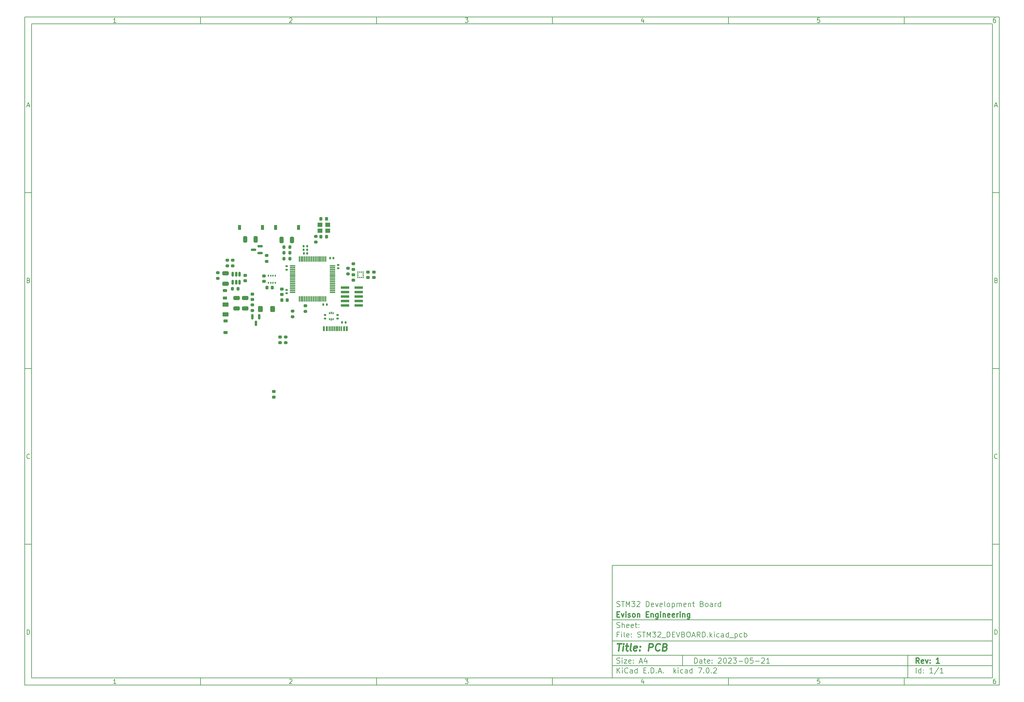
<source format=gbr>
%TF.GenerationSoftware,KiCad,Pcbnew,7.0.2*%
%TF.CreationDate,2023-05-27T14:00:09+09:30*%
%TF.ProjectId,STM32_DEVBOARD,53544d33-325f-4444-9556-424f4152442e,1*%
%TF.SameCoordinates,Original*%
%TF.FileFunction,Paste,Top*%
%TF.FilePolarity,Positive*%
%FSLAX46Y46*%
G04 Gerber Fmt 4.6, Leading zero omitted, Abs format (unit mm)*
G04 Created by KiCad (PCBNEW 7.0.2) date 2023-05-27 14:00:09*
%MOMM*%
%LPD*%
G01*
G04 APERTURE LIST*
G04 Aperture macros list*
%AMRoundRect*
0 Rectangle with rounded corners*
0 $1 Rounding radius*
0 $2 $3 $4 $5 $6 $7 $8 $9 X,Y pos of 4 corners*
0 Add a 4 corners polygon primitive as box body*
4,1,4,$2,$3,$4,$5,$6,$7,$8,$9,$2,$3,0*
0 Add four circle primitives for the rounded corners*
1,1,$1+$1,$2,$3*
1,1,$1+$1,$4,$5*
1,1,$1+$1,$6,$7*
1,1,$1+$1,$8,$9*
0 Add four rect primitives between the rounded corners*
20,1,$1+$1,$2,$3,$4,$5,0*
20,1,$1+$1,$4,$5,$6,$7,0*
20,1,$1+$1,$6,$7,$8,$9,0*
20,1,$1+$1,$8,$9,$2,$3,0*%
G04 Aperture macros list end*
%ADD10C,0.100000*%
%ADD11C,0.150000*%
%ADD12C,0.300000*%
%ADD13C,0.400000*%
%ADD14RoundRect,0.200000X-0.275000X0.200000X-0.275000X-0.200000X0.275000X-0.200000X0.275000X0.200000X0*%
%ADD15RoundRect,0.150000X0.587500X0.150000X-0.587500X0.150000X-0.587500X-0.150000X0.587500X-0.150000X0*%
%ADD16R,0.600000X1.450000*%
%ADD17R,0.300000X1.450000*%
%ADD18RoundRect,0.218750X-0.256250X0.218750X-0.256250X-0.218750X0.256250X-0.218750X0.256250X0.218750X0*%
%ADD19R,0.900000X1.400000*%
%ADD20RoundRect,0.200000X0.275000X-0.200000X0.275000X0.200000X-0.275000X0.200000X-0.275000X-0.200000X0*%
%ADD21R,0.375000X0.500000*%
%ADD22R,0.300000X0.650000*%
%ADD23RoundRect,0.218750X0.256250X-0.218750X0.256250X0.218750X-0.256250X0.218750X-0.256250X-0.218750X0*%
%ADD24RoundRect,0.200000X0.200000X0.275000X-0.200000X0.275000X-0.200000X-0.275000X0.200000X-0.275000X0*%
%ADD25RoundRect,0.140000X0.170000X-0.140000X0.170000X0.140000X-0.170000X0.140000X-0.170000X-0.140000X0*%
%ADD26RoundRect,0.250000X-0.400000X-0.600000X0.400000X-0.600000X0.400000X0.600000X-0.400000X0.600000X0*%
%ADD27RoundRect,0.250000X0.650000X-0.325000X0.650000X0.325000X-0.650000X0.325000X-0.650000X-0.325000X0*%
%ADD28RoundRect,0.075000X-0.075000X0.700000X-0.075000X-0.700000X0.075000X-0.700000X0.075000X0.700000X0*%
%ADD29RoundRect,0.075000X-0.700000X0.075000X-0.700000X-0.075000X0.700000X-0.075000X0.700000X0.075000X0*%
%ADD30RoundRect,0.140000X-0.140000X-0.170000X0.140000X-0.170000X0.140000X0.170000X-0.140000X0.170000X0*%
%ADD31RoundRect,0.225000X-0.375000X0.225000X-0.375000X-0.225000X0.375000X-0.225000X0.375000X0.225000X0*%
%ADD32R,0.350000X0.500000*%
%ADD33RoundRect,0.147500X0.147500X0.172500X-0.147500X0.172500X-0.147500X-0.172500X0.147500X-0.172500X0*%
%ADD34RoundRect,0.250000X0.325000X0.650000X-0.325000X0.650000X-0.325000X-0.650000X0.325000X-0.650000X0*%
%ADD35RoundRect,0.218750X0.381250X-0.218750X0.381250X0.218750X-0.381250X0.218750X-0.381250X-0.218750X0*%
%ADD36R,0.375000X0.350000*%
%ADD37R,0.350000X0.375000*%
%ADD38R,2.400000X0.740000*%
%ADD39RoundRect,0.225000X-0.250000X0.225000X-0.250000X-0.225000X0.250000X-0.225000X0.250000X0.225000X0*%
%ADD40RoundRect,0.150000X-0.150000X0.587500X-0.150000X-0.587500X0.150000X-0.587500X0.150000X0.587500X0*%
%ADD41RoundRect,0.250000X-0.625000X0.375000X-0.625000X-0.375000X0.625000X-0.375000X0.625000X0.375000X0*%
%ADD42RoundRect,0.135000X-0.135000X-0.185000X0.135000X-0.185000X0.135000X0.185000X-0.135000X0.185000X0*%
%ADD43R,1.400000X1.200000*%
%ADD44RoundRect,0.225000X-0.225000X-0.250000X0.225000X-0.250000X0.225000X0.250000X-0.225000X0.250000X0*%
%ADD45RoundRect,0.150000X-0.150000X0.512500X-0.150000X-0.512500X0.150000X-0.512500X0.150000X0.512500X0*%
%ADD46RoundRect,0.225000X0.225000X0.250000X-0.225000X0.250000X-0.225000X-0.250000X0.225000X-0.250000X0*%
%ADD47RoundRect,0.140000X-0.170000X0.140000X-0.170000X-0.140000X0.170000X-0.140000X0.170000X0.140000X0*%
%ADD48RoundRect,0.140000X0.140000X0.170000X-0.140000X0.170000X-0.140000X-0.170000X0.140000X-0.170000X0*%
%ADD49RoundRect,0.200000X-0.200000X-0.275000X0.200000X-0.275000X0.200000X0.275000X-0.200000X0.275000X0*%
%ADD50RoundRect,0.135000X0.185000X-0.135000X0.185000X0.135000X-0.185000X0.135000X-0.185000X-0.135000X0*%
%ADD51RoundRect,0.225000X0.250000X-0.225000X0.250000X0.225000X-0.250000X0.225000X-0.250000X-0.225000X0*%
%ADD52RoundRect,0.135000X-0.185000X0.135000X-0.185000X-0.135000X0.185000X-0.135000X0.185000X0.135000X0*%
G04 APERTURE END LIST*
D10*
D11*
X177002200Y-166007200D02*
X285002200Y-166007200D01*
X285002200Y-198007200D01*
X177002200Y-198007200D01*
X177002200Y-166007200D01*
D10*
D11*
X10000000Y-10000000D02*
X287002200Y-10000000D01*
X287002200Y-200007200D01*
X10000000Y-200007200D01*
X10000000Y-10000000D01*
D10*
D11*
X12000000Y-12000000D02*
X285002200Y-12000000D01*
X285002200Y-198007200D01*
X12000000Y-198007200D01*
X12000000Y-12000000D01*
D10*
D11*
X60000000Y-12000000D02*
X60000000Y-10000000D01*
D10*
D11*
X110000000Y-12000000D02*
X110000000Y-10000000D01*
D10*
D11*
X160000000Y-12000000D02*
X160000000Y-10000000D01*
D10*
D11*
X210000000Y-12000000D02*
X210000000Y-10000000D01*
D10*
D11*
X260000000Y-12000000D02*
X260000000Y-10000000D01*
D10*
D11*
X35990476Y-11601404D02*
X35247619Y-11601404D01*
X35619047Y-11601404D02*
X35619047Y-10301404D01*
X35619047Y-10301404D02*
X35495238Y-10487119D01*
X35495238Y-10487119D02*
X35371428Y-10610928D01*
X35371428Y-10610928D02*
X35247619Y-10672833D01*
D10*
D11*
X85247619Y-10425214D02*
X85309523Y-10363309D01*
X85309523Y-10363309D02*
X85433333Y-10301404D01*
X85433333Y-10301404D02*
X85742857Y-10301404D01*
X85742857Y-10301404D02*
X85866666Y-10363309D01*
X85866666Y-10363309D02*
X85928571Y-10425214D01*
X85928571Y-10425214D02*
X85990476Y-10549023D01*
X85990476Y-10549023D02*
X85990476Y-10672833D01*
X85990476Y-10672833D02*
X85928571Y-10858547D01*
X85928571Y-10858547D02*
X85185714Y-11601404D01*
X85185714Y-11601404D02*
X85990476Y-11601404D01*
D10*
D11*
X135185714Y-10301404D02*
X135990476Y-10301404D01*
X135990476Y-10301404D02*
X135557142Y-10796642D01*
X135557142Y-10796642D02*
X135742857Y-10796642D01*
X135742857Y-10796642D02*
X135866666Y-10858547D01*
X135866666Y-10858547D02*
X135928571Y-10920452D01*
X135928571Y-10920452D02*
X135990476Y-11044261D01*
X135990476Y-11044261D02*
X135990476Y-11353785D01*
X135990476Y-11353785D02*
X135928571Y-11477595D01*
X135928571Y-11477595D02*
X135866666Y-11539500D01*
X135866666Y-11539500D02*
X135742857Y-11601404D01*
X135742857Y-11601404D02*
X135371428Y-11601404D01*
X135371428Y-11601404D02*
X135247619Y-11539500D01*
X135247619Y-11539500D02*
X135185714Y-11477595D01*
D10*
D11*
X185866666Y-10734738D02*
X185866666Y-11601404D01*
X185557142Y-10239500D02*
X185247619Y-11168071D01*
X185247619Y-11168071D02*
X186052380Y-11168071D01*
D10*
D11*
X235928571Y-10301404D02*
X235309523Y-10301404D01*
X235309523Y-10301404D02*
X235247619Y-10920452D01*
X235247619Y-10920452D02*
X235309523Y-10858547D01*
X235309523Y-10858547D02*
X235433333Y-10796642D01*
X235433333Y-10796642D02*
X235742857Y-10796642D01*
X235742857Y-10796642D02*
X235866666Y-10858547D01*
X235866666Y-10858547D02*
X235928571Y-10920452D01*
X235928571Y-10920452D02*
X235990476Y-11044261D01*
X235990476Y-11044261D02*
X235990476Y-11353785D01*
X235990476Y-11353785D02*
X235928571Y-11477595D01*
X235928571Y-11477595D02*
X235866666Y-11539500D01*
X235866666Y-11539500D02*
X235742857Y-11601404D01*
X235742857Y-11601404D02*
X235433333Y-11601404D01*
X235433333Y-11601404D02*
X235309523Y-11539500D01*
X235309523Y-11539500D02*
X235247619Y-11477595D01*
D10*
D11*
X285866666Y-10301404D02*
X285619047Y-10301404D01*
X285619047Y-10301404D02*
X285495238Y-10363309D01*
X285495238Y-10363309D02*
X285433333Y-10425214D01*
X285433333Y-10425214D02*
X285309523Y-10610928D01*
X285309523Y-10610928D02*
X285247619Y-10858547D01*
X285247619Y-10858547D02*
X285247619Y-11353785D01*
X285247619Y-11353785D02*
X285309523Y-11477595D01*
X285309523Y-11477595D02*
X285371428Y-11539500D01*
X285371428Y-11539500D02*
X285495238Y-11601404D01*
X285495238Y-11601404D02*
X285742857Y-11601404D01*
X285742857Y-11601404D02*
X285866666Y-11539500D01*
X285866666Y-11539500D02*
X285928571Y-11477595D01*
X285928571Y-11477595D02*
X285990476Y-11353785D01*
X285990476Y-11353785D02*
X285990476Y-11044261D01*
X285990476Y-11044261D02*
X285928571Y-10920452D01*
X285928571Y-10920452D02*
X285866666Y-10858547D01*
X285866666Y-10858547D02*
X285742857Y-10796642D01*
X285742857Y-10796642D02*
X285495238Y-10796642D01*
X285495238Y-10796642D02*
X285371428Y-10858547D01*
X285371428Y-10858547D02*
X285309523Y-10920452D01*
X285309523Y-10920452D02*
X285247619Y-11044261D01*
D10*
D11*
X60000000Y-198007200D02*
X60000000Y-200007200D01*
D10*
D11*
X110000000Y-198007200D02*
X110000000Y-200007200D01*
D10*
D11*
X160000000Y-198007200D02*
X160000000Y-200007200D01*
D10*
D11*
X210000000Y-198007200D02*
X210000000Y-200007200D01*
D10*
D11*
X260000000Y-198007200D02*
X260000000Y-200007200D01*
D10*
D11*
X35990476Y-199608604D02*
X35247619Y-199608604D01*
X35619047Y-199608604D02*
X35619047Y-198308604D01*
X35619047Y-198308604D02*
X35495238Y-198494319D01*
X35495238Y-198494319D02*
X35371428Y-198618128D01*
X35371428Y-198618128D02*
X35247619Y-198680033D01*
D10*
D11*
X85247619Y-198432414D02*
X85309523Y-198370509D01*
X85309523Y-198370509D02*
X85433333Y-198308604D01*
X85433333Y-198308604D02*
X85742857Y-198308604D01*
X85742857Y-198308604D02*
X85866666Y-198370509D01*
X85866666Y-198370509D02*
X85928571Y-198432414D01*
X85928571Y-198432414D02*
X85990476Y-198556223D01*
X85990476Y-198556223D02*
X85990476Y-198680033D01*
X85990476Y-198680033D02*
X85928571Y-198865747D01*
X85928571Y-198865747D02*
X85185714Y-199608604D01*
X85185714Y-199608604D02*
X85990476Y-199608604D01*
D10*
D11*
X135185714Y-198308604D02*
X135990476Y-198308604D01*
X135990476Y-198308604D02*
X135557142Y-198803842D01*
X135557142Y-198803842D02*
X135742857Y-198803842D01*
X135742857Y-198803842D02*
X135866666Y-198865747D01*
X135866666Y-198865747D02*
X135928571Y-198927652D01*
X135928571Y-198927652D02*
X135990476Y-199051461D01*
X135990476Y-199051461D02*
X135990476Y-199360985D01*
X135990476Y-199360985D02*
X135928571Y-199484795D01*
X135928571Y-199484795D02*
X135866666Y-199546700D01*
X135866666Y-199546700D02*
X135742857Y-199608604D01*
X135742857Y-199608604D02*
X135371428Y-199608604D01*
X135371428Y-199608604D02*
X135247619Y-199546700D01*
X135247619Y-199546700D02*
X135185714Y-199484795D01*
D10*
D11*
X185866666Y-198741938D02*
X185866666Y-199608604D01*
X185557142Y-198246700D02*
X185247619Y-199175271D01*
X185247619Y-199175271D02*
X186052380Y-199175271D01*
D10*
D11*
X235928571Y-198308604D02*
X235309523Y-198308604D01*
X235309523Y-198308604D02*
X235247619Y-198927652D01*
X235247619Y-198927652D02*
X235309523Y-198865747D01*
X235309523Y-198865747D02*
X235433333Y-198803842D01*
X235433333Y-198803842D02*
X235742857Y-198803842D01*
X235742857Y-198803842D02*
X235866666Y-198865747D01*
X235866666Y-198865747D02*
X235928571Y-198927652D01*
X235928571Y-198927652D02*
X235990476Y-199051461D01*
X235990476Y-199051461D02*
X235990476Y-199360985D01*
X235990476Y-199360985D02*
X235928571Y-199484795D01*
X235928571Y-199484795D02*
X235866666Y-199546700D01*
X235866666Y-199546700D02*
X235742857Y-199608604D01*
X235742857Y-199608604D02*
X235433333Y-199608604D01*
X235433333Y-199608604D02*
X235309523Y-199546700D01*
X235309523Y-199546700D02*
X235247619Y-199484795D01*
D10*
D11*
X285866666Y-198308604D02*
X285619047Y-198308604D01*
X285619047Y-198308604D02*
X285495238Y-198370509D01*
X285495238Y-198370509D02*
X285433333Y-198432414D01*
X285433333Y-198432414D02*
X285309523Y-198618128D01*
X285309523Y-198618128D02*
X285247619Y-198865747D01*
X285247619Y-198865747D02*
X285247619Y-199360985D01*
X285247619Y-199360985D02*
X285309523Y-199484795D01*
X285309523Y-199484795D02*
X285371428Y-199546700D01*
X285371428Y-199546700D02*
X285495238Y-199608604D01*
X285495238Y-199608604D02*
X285742857Y-199608604D01*
X285742857Y-199608604D02*
X285866666Y-199546700D01*
X285866666Y-199546700D02*
X285928571Y-199484795D01*
X285928571Y-199484795D02*
X285990476Y-199360985D01*
X285990476Y-199360985D02*
X285990476Y-199051461D01*
X285990476Y-199051461D02*
X285928571Y-198927652D01*
X285928571Y-198927652D02*
X285866666Y-198865747D01*
X285866666Y-198865747D02*
X285742857Y-198803842D01*
X285742857Y-198803842D02*
X285495238Y-198803842D01*
X285495238Y-198803842D02*
X285371428Y-198865747D01*
X285371428Y-198865747D02*
X285309523Y-198927652D01*
X285309523Y-198927652D02*
X285247619Y-199051461D01*
D10*
D11*
X10000000Y-60000000D02*
X12000000Y-60000000D01*
D10*
D11*
X10000000Y-110000000D02*
X12000000Y-110000000D01*
D10*
D11*
X10000000Y-160000000D02*
X12000000Y-160000000D01*
D10*
D11*
X10690476Y-35229976D02*
X11309523Y-35229976D01*
X10566666Y-35601404D02*
X10999999Y-34301404D01*
X10999999Y-34301404D02*
X11433333Y-35601404D01*
D10*
D11*
X11092857Y-84920452D02*
X11278571Y-84982357D01*
X11278571Y-84982357D02*
X11340476Y-85044261D01*
X11340476Y-85044261D02*
X11402380Y-85168071D01*
X11402380Y-85168071D02*
X11402380Y-85353785D01*
X11402380Y-85353785D02*
X11340476Y-85477595D01*
X11340476Y-85477595D02*
X11278571Y-85539500D01*
X11278571Y-85539500D02*
X11154761Y-85601404D01*
X11154761Y-85601404D02*
X10659523Y-85601404D01*
X10659523Y-85601404D02*
X10659523Y-84301404D01*
X10659523Y-84301404D02*
X11092857Y-84301404D01*
X11092857Y-84301404D02*
X11216666Y-84363309D01*
X11216666Y-84363309D02*
X11278571Y-84425214D01*
X11278571Y-84425214D02*
X11340476Y-84549023D01*
X11340476Y-84549023D02*
X11340476Y-84672833D01*
X11340476Y-84672833D02*
X11278571Y-84796642D01*
X11278571Y-84796642D02*
X11216666Y-84858547D01*
X11216666Y-84858547D02*
X11092857Y-84920452D01*
X11092857Y-84920452D02*
X10659523Y-84920452D01*
D10*
D11*
X11402380Y-135477595D02*
X11340476Y-135539500D01*
X11340476Y-135539500D02*
X11154761Y-135601404D01*
X11154761Y-135601404D02*
X11030952Y-135601404D01*
X11030952Y-135601404D02*
X10845238Y-135539500D01*
X10845238Y-135539500D02*
X10721428Y-135415690D01*
X10721428Y-135415690D02*
X10659523Y-135291880D01*
X10659523Y-135291880D02*
X10597619Y-135044261D01*
X10597619Y-135044261D02*
X10597619Y-134858547D01*
X10597619Y-134858547D02*
X10659523Y-134610928D01*
X10659523Y-134610928D02*
X10721428Y-134487119D01*
X10721428Y-134487119D02*
X10845238Y-134363309D01*
X10845238Y-134363309D02*
X11030952Y-134301404D01*
X11030952Y-134301404D02*
X11154761Y-134301404D01*
X11154761Y-134301404D02*
X11340476Y-134363309D01*
X11340476Y-134363309D02*
X11402380Y-134425214D01*
D10*
D11*
X10659523Y-185601404D02*
X10659523Y-184301404D01*
X10659523Y-184301404D02*
X10969047Y-184301404D01*
X10969047Y-184301404D02*
X11154761Y-184363309D01*
X11154761Y-184363309D02*
X11278571Y-184487119D01*
X11278571Y-184487119D02*
X11340476Y-184610928D01*
X11340476Y-184610928D02*
X11402380Y-184858547D01*
X11402380Y-184858547D02*
X11402380Y-185044261D01*
X11402380Y-185044261D02*
X11340476Y-185291880D01*
X11340476Y-185291880D02*
X11278571Y-185415690D01*
X11278571Y-185415690D02*
X11154761Y-185539500D01*
X11154761Y-185539500D02*
X10969047Y-185601404D01*
X10969047Y-185601404D02*
X10659523Y-185601404D01*
D10*
D11*
X287002200Y-60000000D02*
X285002200Y-60000000D01*
D10*
D11*
X287002200Y-110000000D02*
X285002200Y-110000000D01*
D10*
D11*
X287002200Y-160000000D02*
X285002200Y-160000000D01*
D10*
D11*
X285692676Y-35229976D02*
X286311723Y-35229976D01*
X285568866Y-35601404D02*
X286002199Y-34301404D01*
X286002199Y-34301404D02*
X286435533Y-35601404D01*
D10*
D11*
X286095057Y-84920452D02*
X286280771Y-84982357D01*
X286280771Y-84982357D02*
X286342676Y-85044261D01*
X286342676Y-85044261D02*
X286404580Y-85168071D01*
X286404580Y-85168071D02*
X286404580Y-85353785D01*
X286404580Y-85353785D02*
X286342676Y-85477595D01*
X286342676Y-85477595D02*
X286280771Y-85539500D01*
X286280771Y-85539500D02*
X286156961Y-85601404D01*
X286156961Y-85601404D02*
X285661723Y-85601404D01*
X285661723Y-85601404D02*
X285661723Y-84301404D01*
X285661723Y-84301404D02*
X286095057Y-84301404D01*
X286095057Y-84301404D02*
X286218866Y-84363309D01*
X286218866Y-84363309D02*
X286280771Y-84425214D01*
X286280771Y-84425214D02*
X286342676Y-84549023D01*
X286342676Y-84549023D02*
X286342676Y-84672833D01*
X286342676Y-84672833D02*
X286280771Y-84796642D01*
X286280771Y-84796642D02*
X286218866Y-84858547D01*
X286218866Y-84858547D02*
X286095057Y-84920452D01*
X286095057Y-84920452D02*
X285661723Y-84920452D01*
D10*
D11*
X286404580Y-135477595D02*
X286342676Y-135539500D01*
X286342676Y-135539500D02*
X286156961Y-135601404D01*
X286156961Y-135601404D02*
X286033152Y-135601404D01*
X286033152Y-135601404D02*
X285847438Y-135539500D01*
X285847438Y-135539500D02*
X285723628Y-135415690D01*
X285723628Y-135415690D02*
X285661723Y-135291880D01*
X285661723Y-135291880D02*
X285599819Y-135044261D01*
X285599819Y-135044261D02*
X285599819Y-134858547D01*
X285599819Y-134858547D02*
X285661723Y-134610928D01*
X285661723Y-134610928D02*
X285723628Y-134487119D01*
X285723628Y-134487119D02*
X285847438Y-134363309D01*
X285847438Y-134363309D02*
X286033152Y-134301404D01*
X286033152Y-134301404D02*
X286156961Y-134301404D01*
X286156961Y-134301404D02*
X286342676Y-134363309D01*
X286342676Y-134363309D02*
X286404580Y-134425214D01*
D10*
D11*
X285661723Y-185601404D02*
X285661723Y-184301404D01*
X285661723Y-184301404D02*
X285971247Y-184301404D01*
X285971247Y-184301404D02*
X286156961Y-184363309D01*
X286156961Y-184363309D02*
X286280771Y-184487119D01*
X286280771Y-184487119D02*
X286342676Y-184610928D01*
X286342676Y-184610928D02*
X286404580Y-184858547D01*
X286404580Y-184858547D02*
X286404580Y-185044261D01*
X286404580Y-185044261D02*
X286342676Y-185291880D01*
X286342676Y-185291880D02*
X286280771Y-185415690D01*
X286280771Y-185415690D02*
X286156961Y-185539500D01*
X286156961Y-185539500D02*
X285971247Y-185601404D01*
X285971247Y-185601404D02*
X285661723Y-185601404D01*
D10*
D11*
X200359342Y-193801128D02*
X200359342Y-192301128D01*
X200359342Y-192301128D02*
X200716485Y-192301128D01*
X200716485Y-192301128D02*
X200930771Y-192372557D01*
X200930771Y-192372557D02*
X201073628Y-192515414D01*
X201073628Y-192515414D02*
X201145057Y-192658271D01*
X201145057Y-192658271D02*
X201216485Y-192943985D01*
X201216485Y-192943985D02*
X201216485Y-193158271D01*
X201216485Y-193158271D02*
X201145057Y-193443985D01*
X201145057Y-193443985D02*
X201073628Y-193586842D01*
X201073628Y-193586842D02*
X200930771Y-193729700D01*
X200930771Y-193729700D02*
X200716485Y-193801128D01*
X200716485Y-193801128D02*
X200359342Y-193801128D01*
X202502200Y-193801128D02*
X202502200Y-193015414D01*
X202502200Y-193015414D02*
X202430771Y-192872557D01*
X202430771Y-192872557D02*
X202287914Y-192801128D01*
X202287914Y-192801128D02*
X202002200Y-192801128D01*
X202002200Y-192801128D02*
X201859342Y-192872557D01*
X202502200Y-193729700D02*
X202359342Y-193801128D01*
X202359342Y-193801128D02*
X202002200Y-193801128D01*
X202002200Y-193801128D02*
X201859342Y-193729700D01*
X201859342Y-193729700D02*
X201787914Y-193586842D01*
X201787914Y-193586842D02*
X201787914Y-193443985D01*
X201787914Y-193443985D02*
X201859342Y-193301128D01*
X201859342Y-193301128D02*
X202002200Y-193229700D01*
X202002200Y-193229700D02*
X202359342Y-193229700D01*
X202359342Y-193229700D02*
X202502200Y-193158271D01*
X203002200Y-192801128D02*
X203573628Y-192801128D01*
X203216485Y-192301128D02*
X203216485Y-193586842D01*
X203216485Y-193586842D02*
X203287914Y-193729700D01*
X203287914Y-193729700D02*
X203430771Y-193801128D01*
X203430771Y-193801128D02*
X203573628Y-193801128D01*
X204645057Y-193729700D02*
X204502200Y-193801128D01*
X204502200Y-193801128D02*
X204216486Y-193801128D01*
X204216486Y-193801128D02*
X204073628Y-193729700D01*
X204073628Y-193729700D02*
X204002200Y-193586842D01*
X204002200Y-193586842D02*
X204002200Y-193015414D01*
X204002200Y-193015414D02*
X204073628Y-192872557D01*
X204073628Y-192872557D02*
X204216486Y-192801128D01*
X204216486Y-192801128D02*
X204502200Y-192801128D01*
X204502200Y-192801128D02*
X204645057Y-192872557D01*
X204645057Y-192872557D02*
X204716486Y-193015414D01*
X204716486Y-193015414D02*
X204716486Y-193158271D01*
X204716486Y-193158271D02*
X204002200Y-193301128D01*
X205359342Y-193658271D02*
X205430771Y-193729700D01*
X205430771Y-193729700D02*
X205359342Y-193801128D01*
X205359342Y-193801128D02*
X205287914Y-193729700D01*
X205287914Y-193729700D02*
X205359342Y-193658271D01*
X205359342Y-193658271D02*
X205359342Y-193801128D01*
X205359342Y-192872557D02*
X205430771Y-192943985D01*
X205430771Y-192943985D02*
X205359342Y-193015414D01*
X205359342Y-193015414D02*
X205287914Y-192943985D01*
X205287914Y-192943985D02*
X205359342Y-192872557D01*
X205359342Y-192872557D02*
X205359342Y-193015414D01*
X207145057Y-192443985D02*
X207216485Y-192372557D01*
X207216485Y-192372557D02*
X207359343Y-192301128D01*
X207359343Y-192301128D02*
X207716485Y-192301128D01*
X207716485Y-192301128D02*
X207859343Y-192372557D01*
X207859343Y-192372557D02*
X207930771Y-192443985D01*
X207930771Y-192443985D02*
X208002200Y-192586842D01*
X208002200Y-192586842D02*
X208002200Y-192729700D01*
X208002200Y-192729700D02*
X207930771Y-192943985D01*
X207930771Y-192943985D02*
X207073628Y-193801128D01*
X207073628Y-193801128D02*
X208002200Y-193801128D01*
X208930771Y-192301128D02*
X209073628Y-192301128D01*
X209073628Y-192301128D02*
X209216485Y-192372557D01*
X209216485Y-192372557D02*
X209287914Y-192443985D01*
X209287914Y-192443985D02*
X209359342Y-192586842D01*
X209359342Y-192586842D02*
X209430771Y-192872557D01*
X209430771Y-192872557D02*
X209430771Y-193229700D01*
X209430771Y-193229700D02*
X209359342Y-193515414D01*
X209359342Y-193515414D02*
X209287914Y-193658271D01*
X209287914Y-193658271D02*
X209216485Y-193729700D01*
X209216485Y-193729700D02*
X209073628Y-193801128D01*
X209073628Y-193801128D02*
X208930771Y-193801128D01*
X208930771Y-193801128D02*
X208787914Y-193729700D01*
X208787914Y-193729700D02*
X208716485Y-193658271D01*
X208716485Y-193658271D02*
X208645056Y-193515414D01*
X208645056Y-193515414D02*
X208573628Y-193229700D01*
X208573628Y-193229700D02*
X208573628Y-192872557D01*
X208573628Y-192872557D02*
X208645056Y-192586842D01*
X208645056Y-192586842D02*
X208716485Y-192443985D01*
X208716485Y-192443985D02*
X208787914Y-192372557D01*
X208787914Y-192372557D02*
X208930771Y-192301128D01*
X210002199Y-192443985D02*
X210073627Y-192372557D01*
X210073627Y-192372557D02*
X210216485Y-192301128D01*
X210216485Y-192301128D02*
X210573627Y-192301128D01*
X210573627Y-192301128D02*
X210716485Y-192372557D01*
X210716485Y-192372557D02*
X210787913Y-192443985D01*
X210787913Y-192443985D02*
X210859342Y-192586842D01*
X210859342Y-192586842D02*
X210859342Y-192729700D01*
X210859342Y-192729700D02*
X210787913Y-192943985D01*
X210787913Y-192943985D02*
X209930770Y-193801128D01*
X209930770Y-193801128D02*
X210859342Y-193801128D01*
X211359341Y-192301128D02*
X212287913Y-192301128D01*
X212287913Y-192301128D02*
X211787913Y-192872557D01*
X211787913Y-192872557D02*
X212002198Y-192872557D01*
X212002198Y-192872557D02*
X212145056Y-192943985D01*
X212145056Y-192943985D02*
X212216484Y-193015414D01*
X212216484Y-193015414D02*
X212287913Y-193158271D01*
X212287913Y-193158271D02*
X212287913Y-193515414D01*
X212287913Y-193515414D02*
X212216484Y-193658271D01*
X212216484Y-193658271D02*
X212145056Y-193729700D01*
X212145056Y-193729700D02*
X212002198Y-193801128D01*
X212002198Y-193801128D02*
X211573627Y-193801128D01*
X211573627Y-193801128D02*
X211430770Y-193729700D01*
X211430770Y-193729700D02*
X211359341Y-193658271D01*
X212930769Y-193229700D02*
X214073627Y-193229700D01*
X215073627Y-192301128D02*
X215216484Y-192301128D01*
X215216484Y-192301128D02*
X215359341Y-192372557D01*
X215359341Y-192372557D02*
X215430770Y-192443985D01*
X215430770Y-192443985D02*
X215502198Y-192586842D01*
X215502198Y-192586842D02*
X215573627Y-192872557D01*
X215573627Y-192872557D02*
X215573627Y-193229700D01*
X215573627Y-193229700D02*
X215502198Y-193515414D01*
X215502198Y-193515414D02*
X215430770Y-193658271D01*
X215430770Y-193658271D02*
X215359341Y-193729700D01*
X215359341Y-193729700D02*
X215216484Y-193801128D01*
X215216484Y-193801128D02*
X215073627Y-193801128D01*
X215073627Y-193801128D02*
X214930770Y-193729700D01*
X214930770Y-193729700D02*
X214859341Y-193658271D01*
X214859341Y-193658271D02*
X214787912Y-193515414D01*
X214787912Y-193515414D02*
X214716484Y-193229700D01*
X214716484Y-193229700D02*
X214716484Y-192872557D01*
X214716484Y-192872557D02*
X214787912Y-192586842D01*
X214787912Y-192586842D02*
X214859341Y-192443985D01*
X214859341Y-192443985D02*
X214930770Y-192372557D01*
X214930770Y-192372557D02*
X215073627Y-192301128D01*
X216930769Y-192301128D02*
X216216483Y-192301128D01*
X216216483Y-192301128D02*
X216145055Y-193015414D01*
X216145055Y-193015414D02*
X216216483Y-192943985D01*
X216216483Y-192943985D02*
X216359341Y-192872557D01*
X216359341Y-192872557D02*
X216716483Y-192872557D01*
X216716483Y-192872557D02*
X216859341Y-192943985D01*
X216859341Y-192943985D02*
X216930769Y-193015414D01*
X216930769Y-193015414D02*
X217002198Y-193158271D01*
X217002198Y-193158271D02*
X217002198Y-193515414D01*
X217002198Y-193515414D02*
X216930769Y-193658271D01*
X216930769Y-193658271D02*
X216859341Y-193729700D01*
X216859341Y-193729700D02*
X216716483Y-193801128D01*
X216716483Y-193801128D02*
X216359341Y-193801128D01*
X216359341Y-193801128D02*
X216216483Y-193729700D01*
X216216483Y-193729700D02*
X216145055Y-193658271D01*
X217645054Y-193229700D02*
X218787912Y-193229700D01*
X219430769Y-192443985D02*
X219502197Y-192372557D01*
X219502197Y-192372557D02*
X219645055Y-192301128D01*
X219645055Y-192301128D02*
X220002197Y-192301128D01*
X220002197Y-192301128D02*
X220145055Y-192372557D01*
X220145055Y-192372557D02*
X220216483Y-192443985D01*
X220216483Y-192443985D02*
X220287912Y-192586842D01*
X220287912Y-192586842D02*
X220287912Y-192729700D01*
X220287912Y-192729700D02*
X220216483Y-192943985D01*
X220216483Y-192943985D02*
X219359340Y-193801128D01*
X219359340Y-193801128D02*
X220287912Y-193801128D01*
X221716483Y-193801128D02*
X220859340Y-193801128D01*
X221287911Y-193801128D02*
X221287911Y-192301128D01*
X221287911Y-192301128D02*
X221145054Y-192515414D01*
X221145054Y-192515414D02*
X221002197Y-192658271D01*
X221002197Y-192658271D02*
X220859340Y-192729700D01*
D10*
D11*
X177002200Y-194507200D02*
X285002200Y-194507200D01*
D10*
D11*
X178359342Y-196601128D02*
X178359342Y-195101128D01*
X179216485Y-196601128D02*
X178573628Y-195743985D01*
X179216485Y-195101128D02*
X178359342Y-195958271D01*
X179859342Y-196601128D02*
X179859342Y-195601128D01*
X179859342Y-195101128D02*
X179787914Y-195172557D01*
X179787914Y-195172557D02*
X179859342Y-195243985D01*
X179859342Y-195243985D02*
X179930771Y-195172557D01*
X179930771Y-195172557D02*
X179859342Y-195101128D01*
X179859342Y-195101128D02*
X179859342Y-195243985D01*
X181430771Y-196458271D02*
X181359343Y-196529700D01*
X181359343Y-196529700D02*
X181145057Y-196601128D01*
X181145057Y-196601128D02*
X181002200Y-196601128D01*
X181002200Y-196601128D02*
X180787914Y-196529700D01*
X180787914Y-196529700D02*
X180645057Y-196386842D01*
X180645057Y-196386842D02*
X180573628Y-196243985D01*
X180573628Y-196243985D02*
X180502200Y-195958271D01*
X180502200Y-195958271D02*
X180502200Y-195743985D01*
X180502200Y-195743985D02*
X180573628Y-195458271D01*
X180573628Y-195458271D02*
X180645057Y-195315414D01*
X180645057Y-195315414D02*
X180787914Y-195172557D01*
X180787914Y-195172557D02*
X181002200Y-195101128D01*
X181002200Y-195101128D02*
X181145057Y-195101128D01*
X181145057Y-195101128D02*
X181359343Y-195172557D01*
X181359343Y-195172557D02*
X181430771Y-195243985D01*
X182716486Y-196601128D02*
X182716486Y-195815414D01*
X182716486Y-195815414D02*
X182645057Y-195672557D01*
X182645057Y-195672557D02*
X182502200Y-195601128D01*
X182502200Y-195601128D02*
X182216486Y-195601128D01*
X182216486Y-195601128D02*
X182073628Y-195672557D01*
X182716486Y-196529700D02*
X182573628Y-196601128D01*
X182573628Y-196601128D02*
X182216486Y-196601128D01*
X182216486Y-196601128D02*
X182073628Y-196529700D01*
X182073628Y-196529700D02*
X182002200Y-196386842D01*
X182002200Y-196386842D02*
X182002200Y-196243985D01*
X182002200Y-196243985D02*
X182073628Y-196101128D01*
X182073628Y-196101128D02*
X182216486Y-196029700D01*
X182216486Y-196029700D02*
X182573628Y-196029700D01*
X182573628Y-196029700D02*
X182716486Y-195958271D01*
X184073629Y-196601128D02*
X184073629Y-195101128D01*
X184073629Y-196529700D02*
X183930771Y-196601128D01*
X183930771Y-196601128D02*
X183645057Y-196601128D01*
X183645057Y-196601128D02*
X183502200Y-196529700D01*
X183502200Y-196529700D02*
X183430771Y-196458271D01*
X183430771Y-196458271D02*
X183359343Y-196315414D01*
X183359343Y-196315414D02*
X183359343Y-195886842D01*
X183359343Y-195886842D02*
X183430771Y-195743985D01*
X183430771Y-195743985D02*
X183502200Y-195672557D01*
X183502200Y-195672557D02*
X183645057Y-195601128D01*
X183645057Y-195601128D02*
X183930771Y-195601128D01*
X183930771Y-195601128D02*
X184073629Y-195672557D01*
X185930771Y-195815414D02*
X186430771Y-195815414D01*
X186645057Y-196601128D02*
X185930771Y-196601128D01*
X185930771Y-196601128D02*
X185930771Y-195101128D01*
X185930771Y-195101128D02*
X186645057Y-195101128D01*
X187287914Y-196458271D02*
X187359343Y-196529700D01*
X187359343Y-196529700D02*
X187287914Y-196601128D01*
X187287914Y-196601128D02*
X187216486Y-196529700D01*
X187216486Y-196529700D02*
X187287914Y-196458271D01*
X187287914Y-196458271D02*
X187287914Y-196601128D01*
X188002200Y-196601128D02*
X188002200Y-195101128D01*
X188002200Y-195101128D02*
X188359343Y-195101128D01*
X188359343Y-195101128D02*
X188573629Y-195172557D01*
X188573629Y-195172557D02*
X188716486Y-195315414D01*
X188716486Y-195315414D02*
X188787915Y-195458271D01*
X188787915Y-195458271D02*
X188859343Y-195743985D01*
X188859343Y-195743985D02*
X188859343Y-195958271D01*
X188859343Y-195958271D02*
X188787915Y-196243985D01*
X188787915Y-196243985D02*
X188716486Y-196386842D01*
X188716486Y-196386842D02*
X188573629Y-196529700D01*
X188573629Y-196529700D02*
X188359343Y-196601128D01*
X188359343Y-196601128D02*
X188002200Y-196601128D01*
X189502200Y-196458271D02*
X189573629Y-196529700D01*
X189573629Y-196529700D02*
X189502200Y-196601128D01*
X189502200Y-196601128D02*
X189430772Y-196529700D01*
X189430772Y-196529700D02*
X189502200Y-196458271D01*
X189502200Y-196458271D02*
X189502200Y-196601128D01*
X190145058Y-196172557D02*
X190859344Y-196172557D01*
X190002201Y-196601128D02*
X190502201Y-195101128D01*
X190502201Y-195101128D02*
X191002201Y-196601128D01*
X191502200Y-196458271D02*
X191573629Y-196529700D01*
X191573629Y-196529700D02*
X191502200Y-196601128D01*
X191502200Y-196601128D02*
X191430772Y-196529700D01*
X191430772Y-196529700D02*
X191502200Y-196458271D01*
X191502200Y-196458271D02*
X191502200Y-196601128D01*
X194502200Y-196601128D02*
X194502200Y-195101128D01*
X194645058Y-196029700D02*
X195073629Y-196601128D01*
X195073629Y-195601128D02*
X194502200Y-196172557D01*
X195716486Y-196601128D02*
X195716486Y-195601128D01*
X195716486Y-195101128D02*
X195645058Y-195172557D01*
X195645058Y-195172557D02*
X195716486Y-195243985D01*
X195716486Y-195243985D02*
X195787915Y-195172557D01*
X195787915Y-195172557D02*
X195716486Y-195101128D01*
X195716486Y-195101128D02*
X195716486Y-195243985D01*
X197073630Y-196529700D02*
X196930772Y-196601128D01*
X196930772Y-196601128D02*
X196645058Y-196601128D01*
X196645058Y-196601128D02*
X196502201Y-196529700D01*
X196502201Y-196529700D02*
X196430772Y-196458271D01*
X196430772Y-196458271D02*
X196359344Y-196315414D01*
X196359344Y-196315414D02*
X196359344Y-195886842D01*
X196359344Y-195886842D02*
X196430772Y-195743985D01*
X196430772Y-195743985D02*
X196502201Y-195672557D01*
X196502201Y-195672557D02*
X196645058Y-195601128D01*
X196645058Y-195601128D02*
X196930772Y-195601128D01*
X196930772Y-195601128D02*
X197073630Y-195672557D01*
X198359344Y-196601128D02*
X198359344Y-195815414D01*
X198359344Y-195815414D02*
X198287915Y-195672557D01*
X198287915Y-195672557D02*
X198145058Y-195601128D01*
X198145058Y-195601128D02*
X197859344Y-195601128D01*
X197859344Y-195601128D02*
X197716486Y-195672557D01*
X198359344Y-196529700D02*
X198216486Y-196601128D01*
X198216486Y-196601128D02*
X197859344Y-196601128D01*
X197859344Y-196601128D02*
X197716486Y-196529700D01*
X197716486Y-196529700D02*
X197645058Y-196386842D01*
X197645058Y-196386842D02*
X197645058Y-196243985D01*
X197645058Y-196243985D02*
X197716486Y-196101128D01*
X197716486Y-196101128D02*
X197859344Y-196029700D01*
X197859344Y-196029700D02*
X198216486Y-196029700D01*
X198216486Y-196029700D02*
X198359344Y-195958271D01*
X199716487Y-196601128D02*
X199716487Y-195101128D01*
X199716487Y-196529700D02*
X199573629Y-196601128D01*
X199573629Y-196601128D02*
X199287915Y-196601128D01*
X199287915Y-196601128D02*
X199145058Y-196529700D01*
X199145058Y-196529700D02*
X199073629Y-196458271D01*
X199073629Y-196458271D02*
X199002201Y-196315414D01*
X199002201Y-196315414D02*
X199002201Y-195886842D01*
X199002201Y-195886842D02*
X199073629Y-195743985D01*
X199073629Y-195743985D02*
X199145058Y-195672557D01*
X199145058Y-195672557D02*
X199287915Y-195601128D01*
X199287915Y-195601128D02*
X199573629Y-195601128D01*
X199573629Y-195601128D02*
X199716487Y-195672557D01*
X201430772Y-195101128D02*
X202430772Y-195101128D01*
X202430772Y-195101128D02*
X201787915Y-196601128D01*
X203002200Y-196458271D02*
X203073629Y-196529700D01*
X203073629Y-196529700D02*
X203002200Y-196601128D01*
X203002200Y-196601128D02*
X202930772Y-196529700D01*
X202930772Y-196529700D02*
X203002200Y-196458271D01*
X203002200Y-196458271D02*
X203002200Y-196601128D01*
X204002201Y-195101128D02*
X204145058Y-195101128D01*
X204145058Y-195101128D02*
X204287915Y-195172557D01*
X204287915Y-195172557D02*
X204359344Y-195243985D01*
X204359344Y-195243985D02*
X204430772Y-195386842D01*
X204430772Y-195386842D02*
X204502201Y-195672557D01*
X204502201Y-195672557D02*
X204502201Y-196029700D01*
X204502201Y-196029700D02*
X204430772Y-196315414D01*
X204430772Y-196315414D02*
X204359344Y-196458271D01*
X204359344Y-196458271D02*
X204287915Y-196529700D01*
X204287915Y-196529700D02*
X204145058Y-196601128D01*
X204145058Y-196601128D02*
X204002201Y-196601128D01*
X204002201Y-196601128D02*
X203859344Y-196529700D01*
X203859344Y-196529700D02*
X203787915Y-196458271D01*
X203787915Y-196458271D02*
X203716486Y-196315414D01*
X203716486Y-196315414D02*
X203645058Y-196029700D01*
X203645058Y-196029700D02*
X203645058Y-195672557D01*
X203645058Y-195672557D02*
X203716486Y-195386842D01*
X203716486Y-195386842D02*
X203787915Y-195243985D01*
X203787915Y-195243985D02*
X203859344Y-195172557D01*
X203859344Y-195172557D02*
X204002201Y-195101128D01*
X205145057Y-196458271D02*
X205216486Y-196529700D01*
X205216486Y-196529700D02*
X205145057Y-196601128D01*
X205145057Y-196601128D02*
X205073629Y-196529700D01*
X205073629Y-196529700D02*
X205145057Y-196458271D01*
X205145057Y-196458271D02*
X205145057Y-196601128D01*
X205787915Y-195243985D02*
X205859343Y-195172557D01*
X205859343Y-195172557D02*
X206002201Y-195101128D01*
X206002201Y-195101128D02*
X206359343Y-195101128D01*
X206359343Y-195101128D02*
X206502201Y-195172557D01*
X206502201Y-195172557D02*
X206573629Y-195243985D01*
X206573629Y-195243985D02*
X206645058Y-195386842D01*
X206645058Y-195386842D02*
X206645058Y-195529700D01*
X206645058Y-195529700D02*
X206573629Y-195743985D01*
X206573629Y-195743985D02*
X205716486Y-196601128D01*
X205716486Y-196601128D02*
X206645058Y-196601128D01*
D10*
D11*
X177002200Y-191507200D02*
X285002200Y-191507200D01*
D10*
D12*
X264216485Y-193801128D02*
X263716485Y-193086842D01*
X263359342Y-193801128D02*
X263359342Y-192301128D01*
X263359342Y-192301128D02*
X263930771Y-192301128D01*
X263930771Y-192301128D02*
X264073628Y-192372557D01*
X264073628Y-192372557D02*
X264145057Y-192443985D01*
X264145057Y-192443985D02*
X264216485Y-192586842D01*
X264216485Y-192586842D02*
X264216485Y-192801128D01*
X264216485Y-192801128D02*
X264145057Y-192943985D01*
X264145057Y-192943985D02*
X264073628Y-193015414D01*
X264073628Y-193015414D02*
X263930771Y-193086842D01*
X263930771Y-193086842D02*
X263359342Y-193086842D01*
X265430771Y-193729700D02*
X265287914Y-193801128D01*
X265287914Y-193801128D02*
X265002200Y-193801128D01*
X265002200Y-193801128D02*
X264859342Y-193729700D01*
X264859342Y-193729700D02*
X264787914Y-193586842D01*
X264787914Y-193586842D02*
X264787914Y-193015414D01*
X264787914Y-193015414D02*
X264859342Y-192872557D01*
X264859342Y-192872557D02*
X265002200Y-192801128D01*
X265002200Y-192801128D02*
X265287914Y-192801128D01*
X265287914Y-192801128D02*
X265430771Y-192872557D01*
X265430771Y-192872557D02*
X265502200Y-193015414D01*
X265502200Y-193015414D02*
X265502200Y-193158271D01*
X265502200Y-193158271D02*
X264787914Y-193301128D01*
X266002199Y-192801128D02*
X266359342Y-193801128D01*
X266359342Y-193801128D02*
X266716485Y-192801128D01*
X267287913Y-193658271D02*
X267359342Y-193729700D01*
X267359342Y-193729700D02*
X267287913Y-193801128D01*
X267287913Y-193801128D02*
X267216485Y-193729700D01*
X267216485Y-193729700D02*
X267287913Y-193658271D01*
X267287913Y-193658271D02*
X267287913Y-193801128D01*
X267287913Y-192872557D02*
X267359342Y-192943985D01*
X267359342Y-192943985D02*
X267287913Y-193015414D01*
X267287913Y-193015414D02*
X267216485Y-192943985D01*
X267216485Y-192943985D02*
X267287913Y-192872557D01*
X267287913Y-192872557D02*
X267287913Y-193015414D01*
X269930771Y-193801128D02*
X269073628Y-193801128D01*
X269502199Y-193801128D02*
X269502199Y-192301128D01*
X269502199Y-192301128D02*
X269359342Y-192515414D01*
X269359342Y-192515414D02*
X269216485Y-192658271D01*
X269216485Y-192658271D02*
X269073628Y-192729700D01*
D10*
D11*
X178287914Y-193729700D02*
X178502200Y-193801128D01*
X178502200Y-193801128D02*
X178859342Y-193801128D01*
X178859342Y-193801128D02*
X179002200Y-193729700D01*
X179002200Y-193729700D02*
X179073628Y-193658271D01*
X179073628Y-193658271D02*
X179145057Y-193515414D01*
X179145057Y-193515414D02*
X179145057Y-193372557D01*
X179145057Y-193372557D02*
X179073628Y-193229700D01*
X179073628Y-193229700D02*
X179002200Y-193158271D01*
X179002200Y-193158271D02*
X178859342Y-193086842D01*
X178859342Y-193086842D02*
X178573628Y-193015414D01*
X178573628Y-193015414D02*
X178430771Y-192943985D01*
X178430771Y-192943985D02*
X178359342Y-192872557D01*
X178359342Y-192872557D02*
X178287914Y-192729700D01*
X178287914Y-192729700D02*
X178287914Y-192586842D01*
X178287914Y-192586842D02*
X178359342Y-192443985D01*
X178359342Y-192443985D02*
X178430771Y-192372557D01*
X178430771Y-192372557D02*
X178573628Y-192301128D01*
X178573628Y-192301128D02*
X178930771Y-192301128D01*
X178930771Y-192301128D02*
X179145057Y-192372557D01*
X179787913Y-193801128D02*
X179787913Y-192801128D01*
X179787913Y-192301128D02*
X179716485Y-192372557D01*
X179716485Y-192372557D02*
X179787913Y-192443985D01*
X179787913Y-192443985D02*
X179859342Y-192372557D01*
X179859342Y-192372557D02*
X179787913Y-192301128D01*
X179787913Y-192301128D02*
X179787913Y-192443985D01*
X180359342Y-192801128D02*
X181145057Y-192801128D01*
X181145057Y-192801128D02*
X180359342Y-193801128D01*
X180359342Y-193801128D02*
X181145057Y-193801128D01*
X182287914Y-193729700D02*
X182145057Y-193801128D01*
X182145057Y-193801128D02*
X181859343Y-193801128D01*
X181859343Y-193801128D02*
X181716485Y-193729700D01*
X181716485Y-193729700D02*
X181645057Y-193586842D01*
X181645057Y-193586842D02*
X181645057Y-193015414D01*
X181645057Y-193015414D02*
X181716485Y-192872557D01*
X181716485Y-192872557D02*
X181859343Y-192801128D01*
X181859343Y-192801128D02*
X182145057Y-192801128D01*
X182145057Y-192801128D02*
X182287914Y-192872557D01*
X182287914Y-192872557D02*
X182359343Y-193015414D01*
X182359343Y-193015414D02*
X182359343Y-193158271D01*
X182359343Y-193158271D02*
X181645057Y-193301128D01*
X183002199Y-193658271D02*
X183073628Y-193729700D01*
X183073628Y-193729700D02*
X183002199Y-193801128D01*
X183002199Y-193801128D02*
X182930771Y-193729700D01*
X182930771Y-193729700D02*
X183002199Y-193658271D01*
X183002199Y-193658271D02*
X183002199Y-193801128D01*
X183002199Y-192872557D02*
X183073628Y-192943985D01*
X183073628Y-192943985D02*
X183002199Y-193015414D01*
X183002199Y-193015414D02*
X182930771Y-192943985D01*
X182930771Y-192943985D02*
X183002199Y-192872557D01*
X183002199Y-192872557D02*
X183002199Y-193015414D01*
X184787914Y-193372557D02*
X185502200Y-193372557D01*
X184645057Y-193801128D02*
X185145057Y-192301128D01*
X185145057Y-192301128D02*
X185645057Y-193801128D01*
X186787914Y-192801128D02*
X186787914Y-193801128D01*
X186430771Y-192229700D02*
X186073628Y-193301128D01*
X186073628Y-193301128D02*
X187002199Y-193301128D01*
D10*
D11*
X263359342Y-196601128D02*
X263359342Y-195101128D01*
X264716486Y-196601128D02*
X264716486Y-195101128D01*
X264716486Y-196529700D02*
X264573628Y-196601128D01*
X264573628Y-196601128D02*
X264287914Y-196601128D01*
X264287914Y-196601128D02*
X264145057Y-196529700D01*
X264145057Y-196529700D02*
X264073628Y-196458271D01*
X264073628Y-196458271D02*
X264002200Y-196315414D01*
X264002200Y-196315414D02*
X264002200Y-195886842D01*
X264002200Y-195886842D02*
X264073628Y-195743985D01*
X264073628Y-195743985D02*
X264145057Y-195672557D01*
X264145057Y-195672557D02*
X264287914Y-195601128D01*
X264287914Y-195601128D02*
X264573628Y-195601128D01*
X264573628Y-195601128D02*
X264716486Y-195672557D01*
X265430771Y-196458271D02*
X265502200Y-196529700D01*
X265502200Y-196529700D02*
X265430771Y-196601128D01*
X265430771Y-196601128D02*
X265359343Y-196529700D01*
X265359343Y-196529700D02*
X265430771Y-196458271D01*
X265430771Y-196458271D02*
X265430771Y-196601128D01*
X265430771Y-195672557D02*
X265502200Y-195743985D01*
X265502200Y-195743985D02*
X265430771Y-195815414D01*
X265430771Y-195815414D02*
X265359343Y-195743985D01*
X265359343Y-195743985D02*
X265430771Y-195672557D01*
X265430771Y-195672557D02*
X265430771Y-195815414D01*
X268073629Y-196601128D02*
X267216486Y-196601128D01*
X267645057Y-196601128D02*
X267645057Y-195101128D01*
X267645057Y-195101128D02*
X267502200Y-195315414D01*
X267502200Y-195315414D02*
X267359343Y-195458271D01*
X267359343Y-195458271D02*
X267216486Y-195529700D01*
X269787914Y-195029700D02*
X268502200Y-196958271D01*
X271073629Y-196601128D02*
X270216486Y-196601128D01*
X270645057Y-196601128D02*
X270645057Y-195101128D01*
X270645057Y-195101128D02*
X270502200Y-195315414D01*
X270502200Y-195315414D02*
X270359343Y-195458271D01*
X270359343Y-195458271D02*
X270216486Y-195529700D01*
D10*
D11*
X177002200Y-187507200D02*
X285002200Y-187507200D01*
D10*
D13*
X178430771Y-188232438D02*
X179573628Y-188232438D01*
X178752200Y-190232438D02*
X179002200Y-188232438D01*
X179978390Y-190232438D02*
X180145057Y-188899104D01*
X180228390Y-188232438D02*
X180121247Y-188327676D01*
X180121247Y-188327676D02*
X180204581Y-188422914D01*
X180204581Y-188422914D02*
X180311724Y-188327676D01*
X180311724Y-188327676D02*
X180228390Y-188232438D01*
X180228390Y-188232438D02*
X180204581Y-188422914D01*
X180799819Y-188899104D02*
X181561723Y-188899104D01*
X181168866Y-188232438D02*
X180954581Y-189946723D01*
X180954581Y-189946723D02*
X181026009Y-190137200D01*
X181026009Y-190137200D02*
X181204581Y-190232438D01*
X181204581Y-190232438D02*
X181395057Y-190232438D01*
X182335533Y-190232438D02*
X182156961Y-190137200D01*
X182156961Y-190137200D02*
X182085533Y-189946723D01*
X182085533Y-189946723D02*
X182299818Y-188232438D01*
X183859342Y-190137200D02*
X183656961Y-190232438D01*
X183656961Y-190232438D02*
X183276008Y-190232438D01*
X183276008Y-190232438D02*
X183097437Y-190137200D01*
X183097437Y-190137200D02*
X183026008Y-189946723D01*
X183026008Y-189946723D02*
X183121247Y-189184819D01*
X183121247Y-189184819D02*
X183240294Y-188994342D01*
X183240294Y-188994342D02*
X183442675Y-188899104D01*
X183442675Y-188899104D02*
X183823627Y-188899104D01*
X183823627Y-188899104D02*
X184002199Y-188994342D01*
X184002199Y-188994342D02*
X184073627Y-189184819D01*
X184073627Y-189184819D02*
X184049818Y-189375295D01*
X184049818Y-189375295D02*
X183073627Y-189565771D01*
X184811723Y-190041961D02*
X184895056Y-190137200D01*
X184895056Y-190137200D02*
X184787913Y-190232438D01*
X184787913Y-190232438D02*
X184704580Y-190137200D01*
X184704580Y-190137200D02*
X184811723Y-190041961D01*
X184811723Y-190041961D02*
X184787913Y-190232438D01*
X184942675Y-188994342D02*
X185026008Y-189089580D01*
X185026008Y-189089580D02*
X184918866Y-189184819D01*
X184918866Y-189184819D02*
X184835532Y-189089580D01*
X184835532Y-189089580D02*
X184942675Y-188994342D01*
X184942675Y-188994342D02*
X184918866Y-189184819D01*
X187252199Y-190232438D02*
X187502199Y-188232438D01*
X187502199Y-188232438D02*
X188264104Y-188232438D01*
X188264104Y-188232438D02*
X188442675Y-188327676D01*
X188442675Y-188327676D02*
X188526009Y-188422914D01*
X188526009Y-188422914D02*
X188597437Y-188613390D01*
X188597437Y-188613390D02*
X188561723Y-188899104D01*
X188561723Y-188899104D02*
X188442675Y-189089580D01*
X188442675Y-189089580D02*
X188335533Y-189184819D01*
X188335533Y-189184819D02*
X188133152Y-189280057D01*
X188133152Y-189280057D02*
X187371247Y-189280057D01*
X190406961Y-190041961D02*
X190299818Y-190137200D01*
X190299818Y-190137200D02*
X190002199Y-190232438D01*
X190002199Y-190232438D02*
X189811723Y-190232438D01*
X189811723Y-190232438D02*
X189537913Y-190137200D01*
X189537913Y-190137200D02*
X189371247Y-189946723D01*
X189371247Y-189946723D02*
X189299818Y-189756247D01*
X189299818Y-189756247D02*
X189252199Y-189375295D01*
X189252199Y-189375295D02*
X189287913Y-189089580D01*
X189287913Y-189089580D02*
X189430770Y-188708628D01*
X189430770Y-188708628D02*
X189549818Y-188518152D01*
X189549818Y-188518152D02*
X189764104Y-188327676D01*
X189764104Y-188327676D02*
X190061723Y-188232438D01*
X190061723Y-188232438D02*
X190252199Y-188232438D01*
X190252199Y-188232438D02*
X190526009Y-188327676D01*
X190526009Y-188327676D02*
X190609342Y-188422914D01*
X192026008Y-189184819D02*
X192299818Y-189280057D01*
X192299818Y-189280057D02*
X192383151Y-189375295D01*
X192383151Y-189375295D02*
X192454580Y-189565771D01*
X192454580Y-189565771D02*
X192418865Y-189851485D01*
X192418865Y-189851485D02*
X192299818Y-190041961D01*
X192299818Y-190041961D02*
X192192675Y-190137200D01*
X192192675Y-190137200D02*
X191990294Y-190232438D01*
X191990294Y-190232438D02*
X191228389Y-190232438D01*
X191228389Y-190232438D02*
X191478389Y-188232438D01*
X191478389Y-188232438D02*
X192145056Y-188232438D01*
X192145056Y-188232438D02*
X192323627Y-188327676D01*
X192323627Y-188327676D02*
X192406961Y-188422914D01*
X192406961Y-188422914D02*
X192478389Y-188613390D01*
X192478389Y-188613390D02*
X192454580Y-188803866D01*
X192454580Y-188803866D02*
X192335532Y-188994342D01*
X192335532Y-188994342D02*
X192228389Y-189089580D01*
X192228389Y-189089580D02*
X192026008Y-189184819D01*
X192026008Y-189184819D02*
X191359342Y-189184819D01*
D10*
D11*
X178859342Y-185615414D02*
X178359342Y-185615414D01*
X178359342Y-186401128D02*
X178359342Y-184901128D01*
X178359342Y-184901128D02*
X179073628Y-184901128D01*
X179645056Y-186401128D02*
X179645056Y-185401128D01*
X179645056Y-184901128D02*
X179573628Y-184972557D01*
X179573628Y-184972557D02*
X179645056Y-185043985D01*
X179645056Y-185043985D02*
X179716485Y-184972557D01*
X179716485Y-184972557D02*
X179645056Y-184901128D01*
X179645056Y-184901128D02*
X179645056Y-185043985D01*
X180573628Y-186401128D02*
X180430771Y-186329700D01*
X180430771Y-186329700D02*
X180359342Y-186186842D01*
X180359342Y-186186842D02*
X180359342Y-184901128D01*
X181716485Y-186329700D02*
X181573628Y-186401128D01*
X181573628Y-186401128D02*
X181287914Y-186401128D01*
X181287914Y-186401128D02*
X181145056Y-186329700D01*
X181145056Y-186329700D02*
X181073628Y-186186842D01*
X181073628Y-186186842D02*
X181073628Y-185615414D01*
X181073628Y-185615414D02*
X181145056Y-185472557D01*
X181145056Y-185472557D02*
X181287914Y-185401128D01*
X181287914Y-185401128D02*
X181573628Y-185401128D01*
X181573628Y-185401128D02*
X181716485Y-185472557D01*
X181716485Y-185472557D02*
X181787914Y-185615414D01*
X181787914Y-185615414D02*
X181787914Y-185758271D01*
X181787914Y-185758271D02*
X181073628Y-185901128D01*
X182430770Y-186258271D02*
X182502199Y-186329700D01*
X182502199Y-186329700D02*
X182430770Y-186401128D01*
X182430770Y-186401128D02*
X182359342Y-186329700D01*
X182359342Y-186329700D02*
X182430770Y-186258271D01*
X182430770Y-186258271D02*
X182430770Y-186401128D01*
X182430770Y-185472557D02*
X182502199Y-185543985D01*
X182502199Y-185543985D02*
X182430770Y-185615414D01*
X182430770Y-185615414D02*
X182359342Y-185543985D01*
X182359342Y-185543985D02*
X182430770Y-185472557D01*
X182430770Y-185472557D02*
X182430770Y-185615414D01*
X184216485Y-186329700D02*
X184430771Y-186401128D01*
X184430771Y-186401128D02*
X184787913Y-186401128D01*
X184787913Y-186401128D02*
X184930771Y-186329700D01*
X184930771Y-186329700D02*
X185002199Y-186258271D01*
X185002199Y-186258271D02*
X185073628Y-186115414D01*
X185073628Y-186115414D02*
X185073628Y-185972557D01*
X185073628Y-185972557D02*
X185002199Y-185829700D01*
X185002199Y-185829700D02*
X184930771Y-185758271D01*
X184930771Y-185758271D02*
X184787913Y-185686842D01*
X184787913Y-185686842D02*
X184502199Y-185615414D01*
X184502199Y-185615414D02*
X184359342Y-185543985D01*
X184359342Y-185543985D02*
X184287913Y-185472557D01*
X184287913Y-185472557D02*
X184216485Y-185329700D01*
X184216485Y-185329700D02*
X184216485Y-185186842D01*
X184216485Y-185186842D02*
X184287913Y-185043985D01*
X184287913Y-185043985D02*
X184359342Y-184972557D01*
X184359342Y-184972557D02*
X184502199Y-184901128D01*
X184502199Y-184901128D02*
X184859342Y-184901128D01*
X184859342Y-184901128D02*
X185073628Y-184972557D01*
X185502199Y-184901128D02*
X186359342Y-184901128D01*
X185930770Y-186401128D02*
X185930770Y-184901128D01*
X186859341Y-186401128D02*
X186859341Y-184901128D01*
X186859341Y-184901128D02*
X187359341Y-185972557D01*
X187359341Y-185972557D02*
X187859341Y-184901128D01*
X187859341Y-184901128D02*
X187859341Y-186401128D01*
X188430770Y-184901128D02*
X189359342Y-184901128D01*
X189359342Y-184901128D02*
X188859342Y-185472557D01*
X188859342Y-185472557D02*
X189073627Y-185472557D01*
X189073627Y-185472557D02*
X189216485Y-185543985D01*
X189216485Y-185543985D02*
X189287913Y-185615414D01*
X189287913Y-185615414D02*
X189359342Y-185758271D01*
X189359342Y-185758271D02*
X189359342Y-186115414D01*
X189359342Y-186115414D02*
X189287913Y-186258271D01*
X189287913Y-186258271D02*
X189216485Y-186329700D01*
X189216485Y-186329700D02*
X189073627Y-186401128D01*
X189073627Y-186401128D02*
X188645056Y-186401128D01*
X188645056Y-186401128D02*
X188502199Y-186329700D01*
X188502199Y-186329700D02*
X188430770Y-186258271D01*
X189930770Y-185043985D02*
X190002198Y-184972557D01*
X190002198Y-184972557D02*
X190145056Y-184901128D01*
X190145056Y-184901128D02*
X190502198Y-184901128D01*
X190502198Y-184901128D02*
X190645056Y-184972557D01*
X190645056Y-184972557D02*
X190716484Y-185043985D01*
X190716484Y-185043985D02*
X190787913Y-185186842D01*
X190787913Y-185186842D02*
X190787913Y-185329700D01*
X190787913Y-185329700D02*
X190716484Y-185543985D01*
X190716484Y-185543985D02*
X189859341Y-186401128D01*
X189859341Y-186401128D02*
X190787913Y-186401128D01*
X191073627Y-186543985D02*
X192216484Y-186543985D01*
X192573626Y-186401128D02*
X192573626Y-184901128D01*
X192573626Y-184901128D02*
X192930769Y-184901128D01*
X192930769Y-184901128D02*
X193145055Y-184972557D01*
X193145055Y-184972557D02*
X193287912Y-185115414D01*
X193287912Y-185115414D02*
X193359341Y-185258271D01*
X193359341Y-185258271D02*
X193430769Y-185543985D01*
X193430769Y-185543985D02*
X193430769Y-185758271D01*
X193430769Y-185758271D02*
X193359341Y-186043985D01*
X193359341Y-186043985D02*
X193287912Y-186186842D01*
X193287912Y-186186842D02*
X193145055Y-186329700D01*
X193145055Y-186329700D02*
X192930769Y-186401128D01*
X192930769Y-186401128D02*
X192573626Y-186401128D01*
X194073626Y-185615414D02*
X194573626Y-185615414D01*
X194787912Y-186401128D02*
X194073626Y-186401128D01*
X194073626Y-186401128D02*
X194073626Y-184901128D01*
X194073626Y-184901128D02*
X194787912Y-184901128D01*
X195216484Y-184901128D02*
X195716484Y-186401128D01*
X195716484Y-186401128D02*
X196216484Y-184901128D01*
X197216483Y-185615414D02*
X197430769Y-185686842D01*
X197430769Y-185686842D02*
X197502198Y-185758271D01*
X197502198Y-185758271D02*
X197573626Y-185901128D01*
X197573626Y-185901128D02*
X197573626Y-186115414D01*
X197573626Y-186115414D02*
X197502198Y-186258271D01*
X197502198Y-186258271D02*
X197430769Y-186329700D01*
X197430769Y-186329700D02*
X197287912Y-186401128D01*
X197287912Y-186401128D02*
X196716483Y-186401128D01*
X196716483Y-186401128D02*
X196716483Y-184901128D01*
X196716483Y-184901128D02*
X197216483Y-184901128D01*
X197216483Y-184901128D02*
X197359341Y-184972557D01*
X197359341Y-184972557D02*
X197430769Y-185043985D01*
X197430769Y-185043985D02*
X197502198Y-185186842D01*
X197502198Y-185186842D02*
X197502198Y-185329700D01*
X197502198Y-185329700D02*
X197430769Y-185472557D01*
X197430769Y-185472557D02*
X197359341Y-185543985D01*
X197359341Y-185543985D02*
X197216483Y-185615414D01*
X197216483Y-185615414D02*
X196716483Y-185615414D01*
X198502198Y-184901128D02*
X198787912Y-184901128D01*
X198787912Y-184901128D02*
X198930769Y-184972557D01*
X198930769Y-184972557D02*
X199073626Y-185115414D01*
X199073626Y-185115414D02*
X199145055Y-185401128D01*
X199145055Y-185401128D02*
X199145055Y-185901128D01*
X199145055Y-185901128D02*
X199073626Y-186186842D01*
X199073626Y-186186842D02*
X198930769Y-186329700D01*
X198930769Y-186329700D02*
X198787912Y-186401128D01*
X198787912Y-186401128D02*
X198502198Y-186401128D01*
X198502198Y-186401128D02*
X198359341Y-186329700D01*
X198359341Y-186329700D02*
X198216483Y-186186842D01*
X198216483Y-186186842D02*
X198145055Y-185901128D01*
X198145055Y-185901128D02*
X198145055Y-185401128D01*
X198145055Y-185401128D02*
X198216483Y-185115414D01*
X198216483Y-185115414D02*
X198359341Y-184972557D01*
X198359341Y-184972557D02*
X198502198Y-184901128D01*
X199716484Y-185972557D02*
X200430770Y-185972557D01*
X199573627Y-186401128D02*
X200073627Y-184901128D01*
X200073627Y-184901128D02*
X200573627Y-186401128D01*
X201930769Y-186401128D02*
X201430769Y-185686842D01*
X201073626Y-186401128D02*
X201073626Y-184901128D01*
X201073626Y-184901128D02*
X201645055Y-184901128D01*
X201645055Y-184901128D02*
X201787912Y-184972557D01*
X201787912Y-184972557D02*
X201859341Y-185043985D01*
X201859341Y-185043985D02*
X201930769Y-185186842D01*
X201930769Y-185186842D02*
X201930769Y-185401128D01*
X201930769Y-185401128D02*
X201859341Y-185543985D01*
X201859341Y-185543985D02*
X201787912Y-185615414D01*
X201787912Y-185615414D02*
X201645055Y-185686842D01*
X201645055Y-185686842D02*
X201073626Y-185686842D01*
X202573626Y-186401128D02*
X202573626Y-184901128D01*
X202573626Y-184901128D02*
X202930769Y-184901128D01*
X202930769Y-184901128D02*
X203145055Y-184972557D01*
X203145055Y-184972557D02*
X203287912Y-185115414D01*
X203287912Y-185115414D02*
X203359341Y-185258271D01*
X203359341Y-185258271D02*
X203430769Y-185543985D01*
X203430769Y-185543985D02*
X203430769Y-185758271D01*
X203430769Y-185758271D02*
X203359341Y-186043985D01*
X203359341Y-186043985D02*
X203287912Y-186186842D01*
X203287912Y-186186842D02*
X203145055Y-186329700D01*
X203145055Y-186329700D02*
X202930769Y-186401128D01*
X202930769Y-186401128D02*
X202573626Y-186401128D01*
X204073626Y-186258271D02*
X204145055Y-186329700D01*
X204145055Y-186329700D02*
X204073626Y-186401128D01*
X204073626Y-186401128D02*
X204002198Y-186329700D01*
X204002198Y-186329700D02*
X204073626Y-186258271D01*
X204073626Y-186258271D02*
X204073626Y-186401128D01*
X204787912Y-186401128D02*
X204787912Y-184901128D01*
X204930770Y-185829700D02*
X205359341Y-186401128D01*
X205359341Y-185401128D02*
X204787912Y-185972557D01*
X206002198Y-186401128D02*
X206002198Y-185401128D01*
X206002198Y-184901128D02*
X205930770Y-184972557D01*
X205930770Y-184972557D02*
X206002198Y-185043985D01*
X206002198Y-185043985D02*
X206073627Y-184972557D01*
X206073627Y-184972557D02*
X206002198Y-184901128D01*
X206002198Y-184901128D02*
X206002198Y-185043985D01*
X207359342Y-186329700D02*
X207216484Y-186401128D01*
X207216484Y-186401128D02*
X206930770Y-186401128D01*
X206930770Y-186401128D02*
X206787913Y-186329700D01*
X206787913Y-186329700D02*
X206716484Y-186258271D01*
X206716484Y-186258271D02*
X206645056Y-186115414D01*
X206645056Y-186115414D02*
X206645056Y-185686842D01*
X206645056Y-185686842D02*
X206716484Y-185543985D01*
X206716484Y-185543985D02*
X206787913Y-185472557D01*
X206787913Y-185472557D02*
X206930770Y-185401128D01*
X206930770Y-185401128D02*
X207216484Y-185401128D01*
X207216484Y-185401128D02*
X207359342Y-185472557D01*
X208645056Y-186401128D02*
X208645056Y-185615414D01*
X208645056Y-185615414D02*
X208573627Y-185472557D01*
X208573627Y-185472557D02*
X208430770Y-185401128D01*
X208430770Y-185401128D02*
X208145056Y-185401128D01*
X208145056Y-185401128D02*
X208002198Y-185472557D01*
X208645056Y-186329700D02*
X208502198Y-186401128D01*
X208502198Y-186401128D02*
X208145056Y-186401128D01*
X208145056Y-186401128D02*
X208002198Y-186329700D01*
X208002198Y-186329700D02*
X207930770Y-186186842D01*
X207930770Y-186186842D02*
X207930770Y-186043985D01*
X207930770Y-186043985D02*
X208002198Y-185901128D01*
X208002198Y-185901128D02*
X208145056Y-185829700D01*
X208145056Y-185829700D02*
X208502198Y-185829700D01*
X208502198Y-185829700D02*
X208645056Y-185758271D01*
X210002199Y-186401128D02*
X210002199Y-184901128D01*
X210002199Y-186329700D02*
X209859341Y-186401128D01*
X209859341Y-186401128D02*
X209573627Y-186401128D01*
X209573627Y-186401128D02*
X209430770Y-186329700D01*
X209430770Y-186329700D02*
X209359341Y-186258271D01*
X209359341Y-186258271D02*
X209287913Y-186115414D01*
X209287913Y-186115414D02*
X209287913Y-185686842D01*
X209287913Y-185686842D02*
X209359341Y-185543985D01*
X209359341Y-185543985D02*
X209430770Y-185472557D01*
X209430770Y-185472557D02*
X209573627Y-185401128D01*
X209573627Y-185401128D02*
X209859341Y-185401128D01*
X209859341Y-185401128D02*
X210002199Y-185472557D01*
X210359342Y-186543985D02*
X211502199Y-186543985D01*
X211859341Y-185401128D02*
X211859341Y-186901128D01*
X211859341Y-185472557D02*
X212002199Y-185401128D01*
X212002199Y-185401128D02*
X212287913Y-185401128D01*
X212287913Y-185401128D02*
X212430770Y-185472557D01*
X212430770Y-185472557D02*
X212502199Y-185543985D01*
X212502199Y-185543985D02*
X212573627Y-185686842D01*
X212573627Y-185686842D02*
X212573627Y-186115414D01*
X212573627Y-186115414D02*
X212502199Y-186258271D01*
X212502199Y-186258271D02*
X212430770Y-186329700D01*
X212430770Y-186329700D02*
X212287913Y-186401128D01*
X212287913Y-186401128D02*
X212002199Y-186401128D01*
X212002199Y-186401128D02*
X211859341Y-186329700D01*
X213859342Y-186329700D02*
X213716484Y-186401128D01*
X213716484Y-186401128D02*
X213430770Y-186401128D01*
X213430770Y-186401128D02*
X213287913Y-186329700D01*
X213287913Y-186329700D02*
X213216484Y-186258271D01*
X213216484Y-186258271D02*
X213145056Y-186115414D01*
X213145056Y-186115414D02*
X213145056Y-185686842D01*
X213145056Y-185686842D02*
X213216484Y-185543985D01*
X213216484Y-185543985D02*
X213287913Y-185472557D01*
X213287913Y-185472557D02*
X213430770Y-185401128D01*
X213430770Y-185401128D02*
X213716484Y-185401128D01*
X213716484Y-185401128D02*
X213859342Y-185472557D01*
X214502198Y-186401128D02*
X214502198Y-184901128D01*
X214502198Y-185472557D02*
X214645056Y-185401128D01*
X214645056Y-185401128D02*
X214930770Y-185401128D01*
X214930770Y-185401128D02*
X215073627Y-185472557D01*
X215073627Y-185472557D02*
X215145056Y-185543985D01*
X215145056Y-185543985D02*
X215216484Y-185686842D01*
X215216484Y-185686842D02*
X215216484Y-186115414D01*
X215216484Y-186115414D02*
X215145056Y-186258271D01*
X215145056Y-186258271D02*
X215073627Y-186329700D01*
X215073627Y-186329700D02*
X214930770Y-186401128D01*
X214930770Y-186401128D02*
X214645056Y-186401128D01*
X214645056Y-186401128D02*
X214502198Y-186329700D01*
D10*
D11*
X177002200Y-181507200D02*
X285002200Y-181507200D01*
D10*
D11*
X178287914Y-183629700D02*
X178502200Y-183701128D01*
X178502200Y-183701128D02*
X178859342Y-183701128D01*
X178859342Y-183701128D02*
X179002200Y-183629700D01*
X179002200Y-183629700D02*
X179073628Y-183558271D01*
X179073628Y-183558271D02*
X179145057Y-183415414D01*
X179145057Y-183415414D02*
X179145057Y-183272557D01*
X179145057Y-183272557D02*
X179073628Y-183129700D01*
X179073628Y-183129700D02*
X179002200Y-183058271D01*
X179002200Y-183058271D02*
X178859342Y-182986842D01*
X178859342Y-182986842D02*
X178573628Y-182915414D01*
X178573628Y-182915414D02*
X178430771Y-182843985D01*
X178430771Y-182843985D02*
X178359342Y-182772557D01*
X178359342Y-182772557D02*
X178287914Y-182629700D01*
X178287914Y-182629700D02*
X178287914Y-182486842D01*
X178287914Y-182486842D02*
X178359342Y-182343985D01*
X178359342Y-182343985D02*
X178430771Y-182272557D01*
X178430771Y-182272557D02*
X178573628Y-182201128D01*
X178573628Y-182201128D02*
X178930771Y-182201128D01*
X178930771Y-182201128D02*
X179145057Y-182272557D01*
X179787913Y-183701128D02*
X179787913Y-182201128D01*
X180430771Y-183701128D02*
X180430771Y-182915414D01*
X180430771Y-182915414D02*
X180359342Y-182772557D01*
X180359342Y-182772557D02*
X180216485Y-182701128D01*
X180216485Y-182701128D02*
X180002199Y-182701128D01*
X180002199Y-182701128D02*
X179859342Y-182772557D01*
X179859342Y-182772557D02*
X179787913Y-182843985D01*
X181716485Y-183629700D02*
X181573628Y-183701128D01*
X181573628Y-183701128D02*
X181287914Y-183701128D01*
X181287914Y-183701128D02*
X181145056Y-183629700D01*
X181145056Y-183629700D02*
X181073628Y-183486842D01*
X181073628Y-183486842D02*
X181073628Y-182915414D01*
X181073628Y-182915414D02*
X181145056Y-182772557D01*
X181145056Y-182772557D02*
X181287914Y-182701128D01*
X181287914Y-182701128D02*
X181573628Y-182701128D01*
X181573628Y-182701128D02*
X181716485Y-182772557D01*
X181716485Y-182772557D02*
X181787914Y-182915414D01*
X181787914Y-182915414D02*
X181787914Y-183058271D01*
X181787914Y-183058271D02*
X181073628Y-183201128D01*
X183002199Y-183629700D02*
X182859342Y-183701128D01*
X182859342Y-183701128D02*
X182573628Y-183701128D01*
X182573628Y-183701128D02*
X182430770Y-183629700D01*
X182430770Y-183629700D02*
X182359342Y-183486842D01*
X182359342Y-183486842D02*
X182359342Y-182915414D01*
X182359342Y-182915414D02*
X182430770Y-182772557D01*
X182430770Y-182772557D02*
X182573628Y-182701128D01*
X182573628Y-182701128D02*
X182859342Y-182701128D01*
X182859342Y-182701128D02*
X183002199Y-182772557D01*
X183002199Y-182772557D02*
X183073628Y-182915414D01*
X183073628Y-182915414D02*
X183073628Y-183058271D01*
X183073628Y-183058271D02*
X182359342Y-183201128D01*
X183502199Y-182701128D02*
X184073627Y-182701128D01*
X183716484Y-182201128D02*
X183716484Y-183486842D01*
X183716484Y-183486842D02*
X183787913Y-183629700D01*
X183787913Y-183629700D02*
X183930770Y-183701128D01*
X183930770Y-183701128D02*
X184073627Y-183701128D01*
X184573627Y-183558271D02*
X184645056Y-183629700D01*
X184645056Y-183629700D02*
X184573627Y-183701128D01*
X184573627Y-183701128D02*
X184502199Y-183629700D01*
X184502199Y-183629700D02*
X184573627Y-183558271D01*
X184573627Y-183558271D02*
X184573627Y-183701128D01*
X184573627Y-182772557D02*
X184645056Y-182843985D01*
X184645056Y-182843985D02*
X184573627Y-182915414D01*
X184573627Y-182915414D02*
X184502199Y-182843985D01*
X184502199Y-182843985D02*
X184573627Y-182772557D01*
X184573627Y-182772557D02*
X184573627Y-182915414D01*
D10*
D12*
X178359342Y-179915414D02*
X178859342Y-179915414D01*
X179073628Y-180701128D02*
X178359342Y-180701128D01*
X178359342Y-180701128D02*
X178359342Y-179201128D01*
X178359342Y-179201128D02*
X179073628Y-179201128D01*
X179573628Y-179701128D02*
X179930771Y-180701128D01*
X179930771Y-180701128D02*
X180287914Y-179701128D01*
X180859342Y-180701128D02*
X180859342Y-179701128D01*
X180859342Y-179201128D02*
X180787914Y-179272557D01*
X180787914Y-179272557D02*
X180859342Y-179343985D01*
X180859342Y-179343985D02*
X180930771Y-179272557D01*
X180930771Y-179272557D02*
X180859342Y-179201128D01*
X180859342Y-179201128D02*
X180859342Y-179343985D01*
X181502200Y-180629700D02*
X181645057Y-180701128D01*
X181645057Y-180701128D02*
X181930771Y-180701128D01*
X181930771Y-180701128D02*
X182073628Y-180629700D01*
X182073628Y-180629700D02*
X182145057Y-180486842D01*
X182145057Y-180486842D02*
X182145057Y-180415414D01*
X182145057Y-180415414D02*
X182073628Y-180272557D01*
X182073628Y-180272557D02*
X181930771Y-180201128D01*
X181930771Y-180201128D02*
X181716486Y-180201128D01*
X181716486Y-180201128D02*
X181573628Y-180129700D01*
X181573628Y-180129700D02*
X181502200Y-179986842D01*
X181502200Y-179986842D02*
X181502200Y-179915414D01*
X181502200Y-179915414D02*
X181573628Y-179772557D01*
X181573628Y-179772557D02*
X181716486Y-179701128D01*
X181716486Y-179701128D02*
X181930771Y-179701128D01*
X181930771Y-179701128D02*
X182073628Y-179772557D01*
X183002200Y-180701128D02*
X182859343Y-180629700D01*
X182859343Y-180629700D02*
X182787914Y-180558271D01*
X182787914Y-180558271D02*
X182716486Y-180415414D01*
X182716486Y-180415414D02*
X182716486Y-179986842D01*
X182716486Y-179986842D02*
X182787914Y-179843985D01*
X182787914Y-179843985D02*
X182859343Y-179772557D01*
X182859343Y-179772557D02*
X183002200Y-179701128D01*
X183002200Y-179701128D02*
X183216486Y-179701128D01*
X183216486Y-179701128D02*
X183359343Y-179772557D01*
X183359343Y-179772557D02*
X183430772Y-179843985D01*
X183430772Y-179843985D02*
X183502200Y-179986842D01*
X183502200Y-179986842D02*
X183502200Y-180415414D01*
X183502200Y-180415414D02*
X183430772Y-180558271D01*
X183430772Y-180558271D02*
X183359343Y-180629700D01*
X183359343Y-180629700D02*
X183216486Y-180701128D01*
X183216486Y-180701128D02*
X183002200Y-180701128D01*
X184145057Y-179701128D02*
X184145057Y-180701128D01*
X184145057Y-179843985D02*
X184216486Y-179772557D01*
X184216486Y-179772557D02*
X184359343Y-179701128D01*
X184359343Y-179701128D02*
X184573629Y-179701128D01*
X184573629Y-179701128D02*
X184716486Y-179772557D01*
X184716486Y-179772557D02*
X184787915Y-179915414D01*
X184787915Y-179915414D02*
X184787915Y-180701128D01*
X186645057Y-179915414D02*
X187145057Y-179915414D01*
X187359343Y-180701128D02*
X186645057Y-180701128D01*
X186645057Y-180701128D02*
X186645057Y-179201128D01*
X186645057Y-179201128D02*
X187359343Y-179201128D01*
X188002200Y-179701128D02*
X188002200Y-180701128D01*
X188002200Y-179843985D02*
X188073629Y-179772557D01*
X188073629Y-179772557D02*
X188216486Y-179701128D01*
X188216486Y-179701128D02*
X188430772Y-179701128D01*
X188430772Y-179701128D02*
X188573629Y-179772557D01*
X188573629Y-179772557D02*
X188645058Y-179915414D01*
X188645058Y-179915414D02*
X188645058Y-180701128D01*
X190002201Y-179701128D02*
X190002201Y-180915414D01*
X190002201Y-180915414D02*
X189930772Y-181058271D01*
X189930772Y-181058271D02*
X189859343Y-181129700D01*
X189859343Y-181129700D02*
X189716486Y-181201128D01*
X189716486Y-181201128D02*
X189502201Y-181201128D01*
X189502201Y-181201128D02*
X189359343Y-181129700D01*
X190002201Y-180629700D02*
X189859343Y-180701128D01*
X189859343Y-180701128D02*
X189573629Y-180701128D01*
X189573629Y-180701128D02*
X189430772Y-180629700D01*
X189430772Y-180629700D02*
X189359343Y-180558271D01*
X189359343Y-180558271D02*
X189287915Y-180415414D01*
X189287915Y-180415414D02*
X189287915Y-179986842D01*
X189287915Y-179986842D02*
X189359343Y-179843985D01*
X189359343Y-179843985D02*
X189430772Y-179772557D01*
X189430772Y-179772557D02*
X189573629Y-179701128D01*
X189573629Y-179701128D02*
X189859343Y-179701128D01*
X189859343Y-179701128D02*
X190002201Y-179772557D01*
X190716486Y-180701128D02*
X190716486Y-179701128D01*
X190716486Y-179201128D02*
X190645058Y-179272557D01*
X190645058Y-179272557D02*
X190716486Y-179343985D01*
X190716486Y-179343985D02*
X190787915Y-179272557D01*
X190787915Y-179272557D02*
X190716486Y-179201128D01*
X190716486Y-179201128D02*
X190716486Y-179343985D01*
X191430772Y-179701128D02*
X191430772Y-180701128D01*
X191430772Y-179843985D02*
X191502201Y-179772557D01*
X191502201Y-179772557D02*
X191645058Y-179701128D01*
X191645058Y-179701128D02*
X191859344Y-179701128D01*
X191859344Y-179701128D02*
X192002201Y-179772557D01*
X192002201Y-179772557D02*
X192073630Y-179915414D01*
X192073630Y-179915414D02*
X192073630Y-180701128D01*
X193359344Y-180629700D02*
X193216487Y-180701128D01*
X193216487Y-180701128D02*
X192930773Y-180701128D01*
X192930773Y-180701128D02*
X192787915Y-180629700D01*
X192787915Y-180629700D02*
X192716487Y-180486842D01*
X192716487Y-180486842D02*
X192716487Y-179915414D01*
X192716487Y-179915414D02*
X192787915Y-179772557D01*
X192787915Y-179772557D02*
X192930773Y-179701128D01*
X192930773Y-179701128D02*
X193216487Y-179701128D01*
X193216487Y-179701128D02*
X193359344Y-179772557D01*
X193359344Y-179772557D02*
X193430773Y-179915414D01*
X193430773Y-179915414D02*
X193430773Y-180058271D01*
X193430773Y-180058271D02*
X192716487Y-180201128D01*
X194645058Y-180629700D02*
X194502201Y-180701128D01*
X194502201Y-180701128D02*
X194216487Y-180701128D01*
X194216487Y-180701128D02*
X194073629Y-180629700D01*
X194073629Y-180629700D02*
X194002201Y-180486842D01*
X194002201Y-180486842D02*
X194002201Y-179915414D01*
X194002201Y-179915414D02*
X194073629Y-179772557D01*
X194073629Y-179772557D02*
X194216487Y-179701128D01*
X194216487Y-179701128D02*
X194502201Y-179701128D01*
X194502201Y-179701128D02*
X194645058Y-179772557D01*
X194645058Y-179772557D02*
X194716487Y-179915414D01*
X194716487Y-179915414D02*
X194716487Y-180058271D01*
X194716487Y-180058271D02*
X194002201Y-180201128D01*
X195359343Y-180701128D02*
X195359343Y-179701128D01*
X195359343Y-179986842D02*
X195430772Y-179843985D01*
X195430772Y-179843985D02*
X195502201Y-179772557D01*
X195502201Y-179772557D02*
X195645058Y-179701128D01*
X195645058Y-179701128D02*
X195787915Y-179701128D01*
X196287914Y-180701128D02*
X196287914Y-179701128D01*
X196287914Y-179201128D02*
X196216486Y-179272557D01*
X196216486Y-179272557D02*
X196287914Y-179343985D01*
X196287914Y-179343985D02*
X196359343Y-179272557D01*
X196359343Y-179272557D02*
X196287914Y-179201128D01*
X196287914Y-179201128D02*
X196287914Y-179343985D01*
X197002200Y-179701128D02*
X197002200Y-180701128D01*
X197002200Y-179843985D02*
X197073629Y-179772557D01*
X197073629Y-179772557D02*
X197216486Y-179701128D01*
X197216486Y-179701128D02*
X197430772Y-179701128D01*
X197430772Y-179701128D02*
X197573629Y-179772557D01*
X197573629Y-179772557D02*
X197645058Y-179915414D01*
X197645058Y-179915414D02*
X197645058Y-180701128D01*
X199002201Y-179701128D02*
X199002201Y-180915414D01*
X199002201Y-180915414D02*
X198930772Y-181058271D01*
X198930772Y-181058271D02*
X198859343Y-181129700D01*
X198859343Y-181129700D02*
X198716486Y-181201128D01*
X198716486Y-181201128D02*
X198502201Y-181201128D01*
X198502201Y-181201128D02*
X198359343Y-181129700D01*
X199002201Y-180629700D02*
X198859343Y-180701128D01*
X198859343Y-180701128D02*
X198573629Y-180701128D01*
X198573629Y-180701128D02*
X198430772Y-180629700D01*
X198430772Y-180629700D02*
X198359343Y-180558271D01*
X198359343Y-180558271D02*
X198287915Y-180415414D01*
X198287915Y-180415414D02*
X198287915Y-179986842D01*
X198287915Y-179986842D02*
X198359343Y-179843985D01*
X198359343Y-179843985D02*
X198430772Y-179772557D01*
X198430772Y-179772557D02*
X198573629Y-179701128D01*
X198573629Y-179701128D02*
X198859343Y-179701128D01*
X198859343Y-179701128D02*
X199002201Y-179772557D01*
D10*
D11*
X178287914Y-177629700D02*
X178502200Y-177701128D01*
X178502200Y-177701128D02*
X178859342Y-177701128D01*
X178859342Y-177701128D02*
X179002200Y-177629700D01*
X179002200Y-177629700D02*
X179073628Y-177558271D01*
X179073628Y-177558271D02*
X179145057Y-177415414D01*
X179145057Y-177415414D02*
X179145057Y-177272557D01*
X179145057Y-177272557D02*
X179073628Y-177129700D01*
X179073628Y-177129700D02*
X179002200Y-177058271D01*
X179002200Y-177058271D02*
X178859342Y-176986842D01*
X178859342Y-176986842D02*
X178573628Y-176915414D01*
X178573628Y-176915414D02*
X178430771Y-176843985D01*
X178430771Y-176843985D02*
X178359342Y-176772557D01*
X178359342Y-176772557D02*
X178287914Y-176629700D01*
X178287914Y-176629700D02*
X178287914Y-176486842D01*
X178287914Y-176486842D02*
X178359342Y-176343985D01*
X178359342Y-176343985D02*
X178430771Y-176272557D01*
X178430771Y-176272557D02*
X178573628Y-176201128D01*
X178573628Y-176201128D02*
X178930771Y-176201128D01*
X178930771Y-176201128D02*
X179145057Y-176272557D01*
X179573628Y-176201128D02*
X180430771Y-176201128D01*
X180002199Y-177701128D02*
X180002199Y-176201128D01*
X180930770Y-177701128D02*
X180930770Y-176201128D01*
X180930770Y-176201128D02*
X181430770Y-177272557D01*
X181430770Y-177272557D02*
X181930770Y-176201128D01*
X181930770Y-176201128D02*
X181930770Y-177701128D01*
X182502199Y-176201128D02*
X183430771Y-176201128D01*
X183430771Y-176201128D02*
X182930771Y-176772557D01*
X182930771Y-176772557D02*
X183145056Y-176772557D01*
X183145056Y-176772557D02*
X183287914Y-176843985D01*
X183287914Y-176843985D02*
X183359342Y-176915414D01*
X183359342Y-176915414D02*
X183430771Y-177058271D01*
X183430771Y-177058271D02*
X183430771Y-177415414D01*
X183430771Y-177415414D02*
X183359342Y-177558271D01*
X183359342Y-177558271D02*
X183287914Y-177629700D01*
X183287914Y-177629700D02*
X183145056Y-177701128D01*
X183145056Y-177701128D02*
X182716485Y-177701128D01*
X182716485Y-177701128D02*
X182573628Y-177629700D01*
X182573628Y-177629700D02*
X182502199Y-177558271D01*
X184002199Y-176343985D02*
X184073627Y-176272557D01*
X184073627Y-176272557D02*
X184216485Y-176201128D01*
X184216485Y-176201128D02*
X184573627Y-176201128D01*
X184573627Y-176201128D02*
X184716485Y-176272557D01*
X184716485Y-176272557D02*
X184787913Y-176343985D01*
X184787913Y-176343985D02*
X184859342Y-176486842D01*
X184859342Y-176486842D02*
X184859342Y-176629700D01*
X184859342Y-176629700D02*
X184787913Y-176843985D01*
X184787913Y-176843985D02*
X183930770Y-177701128D01*
X183930770Y-177701128D02*
X184859342Y-177701128D01*
X186645055Y-177701128D02*
X186645055Y-176201128D01*
X186645055Y-176201128D02*
X187002198Y-176201128D01*
X187002198Y-176201128D02*
X187216484Y-176272557D01*
X187216484Y-176272557D02*
X187359341Y-176415414D01*
X187359341Y-176415414D02*
X187430770Y-176558271D01*
X187430770Y-176558271D02*
X187502198Y-176843985D01*
X187502198Y-176843985D02*
X187502198Y-177058271D01*
X187502198Y-177058271D02*
X187430770Y-177343985D01*
X187430770Y-177343985D02*
X187359341Y-177486842D01*
X187359341Y-177486842D02*
X187216484Y-177629700D01*
X187216484Y-177629700D02*
X187002198Y-177701128D01*
X187002198Y-177701128D02*
X186645055Y-177701128D01*
X188716484Y-177629700D02*
X188573627Y-177701128D01*
X188573627Y-177701128D02*
X188287913Y-177701128D01*
X188287913Y-177701128D02*
X188145055Y-177629700D01*
X188145055Y-177629700D02*
X188073627Y-177486842D01*
X188073627Y-177486842D02*
X188073627Y-176915414D01*
X188073627Y-176915414D02*
X188145055Y-176772557D01*
X188145055Y-176772557D02*
X188287913Y-176701128D01*
X188287913Y-176701128D02*
X188573627Y-176701128D01*
X188573627Y-176701128D02*
X188716484Y-176772557D01*
X188716484Y-176772557D02*
X188787913Y-176915414D01*
X188787913Y-176915414D02*
X188787913Y-177058271D01*
X188787913Y-177058271D02*
X188073627Y-177201128D01*
X189287912Y-176701128D02*
X189645055Y-177701128D01*
X189645055Y-177701128D02*
X190002198Y-176701128D01*
X191145055Y-177629700D02*
X191002198Y-177701128D01*
X191002198Y-177701128D02*
X190716484Y-177701128D01*
X190716484Y-177701128D02*
X190573626Y-177629700D01*
X190573626Y-177629700D02*
X190502198Y-177486842D01*
X190502198Y-177486842D02*
X190502198Y-176915414D01*
X190502198Y-176915414D02*
X190573626Y-176772557D01*
X190573626Y-176772557D02*
X190716484Y-176701128D01*
X190716484Y-176701128D02*
X191002198Y-176701128D01*
X191002198Y-176701128D02*
X191145055Y-176772557D01*
X191145055Y-176772557D02*
X191216484Y-176915414D01*
X191216484Y-176915414D02*
X191216484Y-177058271D01*
X191216484Y-177058271D02*
X190502198Y-177201128D01*
X192073626Y-177701128D02*
X191930769Y-177629700D01*
X191930769Y-177629700D02*
X191859340Y-177486842D01*
X191859340Y-177486842D02*
X191859340Y-176201128D01*
X192859340Y-177701128D02*
X192716483Y-177629700D01*
X192716483Y-177629700D02*
X192645054Y-177558271D01*
X192645054Y-177558271D02*
X192573626Y-177415414D01*
X192573626Y-177415414D02*
X192573626Y-176986842D01*
X192573626Y-176986842D02*
X192645054Y-176843985D01*
X192645054Y-176843985D02*
X192716483Y-176772557D01*
X192716483Y-176772557D02*
X192859340Y-176701128D01*
X192859340Y-176701128D02*
X193073626Y-176701128D01*
X193073626Y-176701128D02*
X193216483Y-176772557D01*
X193216483Y-176772557D02*
X193287912Y-176843985D01*
X193287912Y-176843985D02*
X193359340Y-176986842D01*
X193359340Y-176986842D02*
X193359340Y-177415414D01*
X193359340Y-177415414D02*
X193287912Y-177558271D01*
X193287912Y-177558271D02*
X193216483Y-177629700D01*
X193216483Y-177629700D02*
X193073626Y-177701128D01*
X193073626Y-177701128D02*
X192859340Y-177701128D01*
X194002197Y-176701128D02*
X194002197Y-178201128D01*
X194002197Y-176772557D02*
X194145055Y-176701128D01*
X194145055Y-176701128D02*
X194430769Y-176701128D01*
X194430769Y-176701128D02*
X194573626Y-176772557D01*
X194573626Y-176772557D02*
X194645055Y-176843985D01*
X194645055Y-176843985D02*
X194716483Y-176986842D01*
X194716483Y-176986842D02*
X194716483Y-177415414D01*
X194716483Y-177415414D02*
X194645055Y-177558271D01*
X194645055Y-177558271D02*
X194573626Y-177629700D01*
X194573626Y-177629700D02*
X194430769Y-177701128D01*
X194430769Y-177701128D02*
X194145055Y-177701128D01*
X194145055Y-177701128D02*
X194002197Y-177629700D01*
X195359340Y-177701128D02*
X195359340Y-176701128D01*
X195359340Y-176843985D02*
X195430769Y-176772557D01*
X195430769Y-176772557D02*
X195573626Y-176701128D01*
X195573626Y-176701128D02*
X195787912Y-176701128D01*
X195787912Y-176701128D02*
X195930769Y-176772557D01*
X195930769Y-176772557D02*
X196002198Y-176915414D01*
X196002198Y-176915414D02*
X196002198Y-177701128D01*
X196002198Y-176915414D02*
X196073626Y-176772557D01*
X196073626Y-176772557D02*
X196216483Y-176701128D01*
X196216483Y-176701128D02*
X196430769Y-176701128D01*
X196430769Y-176701128D02*
X196573626Y-176772557D01*
X196573626Y-176772557D02*
X196645055Y-176915414D01*
X196645055Y-176915414D02*
X196645055Y-177701128D01*
X197930769Y-177629700D02*
X197787912Y-177701128D01*
X197787912Y-177701128D02*
X197502198Y-177701128D01*
X197502198Y-177701128D02*
X197359340Y-177629700D01*
X197359340Y-177629700D02*
X197287912Y-177486842D01*
X197287912Y-177486842D02*
X197287912Y-176915414D01*
X197287912Y-176915414D02*
X197359340Y-176772557D01*
X197359340Y-176772557D02*
X197502198Y-176701128D01*
X197502198Y-176701128D02*
X197787912Y-176701128D01*
X197787912Y-176701128D02*
X197930769Y-176772557D01*
X197930769Y-176772557D02*
X198002198Y-176915414D01*
X198002198Y-176915414D02*
X198002198Y-177058271D01*
X198002198Y-177058271D02*
X197287912Y-177201128D01*
X198645054Y-176701128D02*
X198645054Y-177701128D01*
X198645054Y-176843985D02*
X198716483Y-176772557D01*
X198716483Y-176772557D02*
X198859340Y-176701128D01*
X198859340Y-176701128D02*
X199073626Y-176701128D01*
X199073626Y-176701128D02*
X199216483Y-176772557D01*
X199216483Y-176772557D02*
X199287912Y-176915414D01*
X199287912Y-176915414D02*
X199287912Y-177701128D01*
X199787912Y-176701128D02*
X200359340Y-176701128D01*
X200002197Y-176201128D02*
X200002197Y-177486842D01*
X200002197Y-177486842D02*
X200073626Y-177629700D01*
X200073626Y-177629700D02*
X200216483Y-177701128D01*
X200216483Y-177701128D02*
X200359340Y-177701128D01*
X202502197Y-176915414D02*
X202716483Y-176986842D01*
X202716483Y-176986842D02*
X202787912Y-177058271D01*
X202787912Y-177058271D02*
X202859340Y-177201128D01*
X202859340Y-177201128D02*
X202859340Y-177415414D01*
X202859340Y-177415414D02*
X202787912Y-177558271D01*
X202787912Y-177558271D02*
X202716483Y-177629700D01*
X202716483Y-177629700D02*
X202573626Y-177701128D01*
X202573626Y-177701128D02*
X202002197Y-177701128D01*
X202002197Y-177701128D02*
X202002197Y-176201128D01*
X202002197Y-176201128D02*
X202502197Y-176201128D01*
X202502197Y-176201128D02*
X202645055Y-176272557D01*
X202645055Y-176272557D02*
X202716483Y-176343985D01*
X202716483Y-176343985D02*
X202787912Y-176486842D01*
X202787912Y-176486842D02*
X202787912Y-176629700D01*
X202787912Y-176629700D02*
X202716483Y-176772557D01*
X202716483Y-176772557D02*
X202645055Y-176843985D01*
X202645055Y-176843985D02*
X202502197Y-176915414D01*
X202502197Y-176915414D02*
X202002197Y-176915414D01*
X203716483Y-177701128D02*
X203573626Y-177629700D01*
X203573626Y-177629700D02*
X203502197Y-177558271D01*
X203502197Y-177558271D02*
X203430769Y-177415414D01*
X203430769Y-177415414D02*
X203430769Y-176986842D01*
X203430769Y-176986842D02*
X203502197Y-176843985D01*
X203502197Y-176843985D02*
X203573626Y-176772557D01*
X203573626Y-176772557D02*
X203716483Y-176701128D01*
X203716483Y-176701128D02*
X203930769Y-176701128D01*
X203930769Y-176701128D02*
X204073626Y-176772557D01*
X204073626Y-176772557D02*
X204145055Y-176843985D01*
X204145055Y-176843985D02*
X204216483Y-176986842D01*
X204216483Y-176986842D02*
X204216483Y-177415414D01*
X204216483Y-177415414D02*
X204145055Y-177558271D01*
X204145055Y-177558271D02*
X204073626Y-177629700D01*
X204073626Y-177629700D02*
X203930769Y-177701128D01*
X203930769Y-177701128D02*
X203716483Y-177701128D01*
X205502198Y-177701128D02*
X205502198Y-176915414D01*
X205502198Y-176915414D02*
X205430769Y-176772557D01*
X205430769Y-176772557D02*
X205287912Y-176701128D01*
X205287912Y-176701128D02*
X205002198Y-176701128D01*
X205002198Y-176701128D02*
X204859340Y-176772557D01*
X205502198Y-177629700D02*
X205359340Y-177701128D01*
X205359340Y-177701128D02*
X205002198Y-177701128D01*
X205002198Y-177701128D02*
X204859340Y-177629700D01*
X204859340Y-177629700D02*
X204787912Y-177486842D01*
X204787912Y-177486842D02*
X204787912Y-177343985D01*
X204787912Y-177343985D02*
X204859340Y-177201128D01*
X204859340Y-177201128D02*
X205002198Y-177129700D01*
X205002198Y-177129700D02*
X205359340Y-177129700D01*
X205359340Y-177129700D02*
X205502198Y-177058271D01*
X206216483Y-177701128D02*
X206216483Y-176701128D01*
X206216483Y-176986842D02*
X206287912Y-176843985D01*
X206287912Y-176843985D02*
X206359341Y-176772557D01*
X206359341Y-176772557D02*
X206502198Y-176701128D01*
X206502198Y-176701128D02*
X206645055Y-176701128D01*
X207787912Y-177701128D02*
X207787912Y-176201128D01*
X207787912Y-177629700D02*
X207645054Y-177701128D01*
X207645054Y-177701128D02*
X207359340Y-177701128D01*
X207359340Y-177701128D02*
X207216483Y-177629700D01*
X207216483Y-177629700D02*
X207145054Y-177558271D01*
X207145054Y-177558271D02*
X207073626Y-177415414D01*
X207073626Y-177415414D02*
X207073626Y-176986842D01*
X207073626Y-176986842D02*
X207145054Y-176843985D01*
X207145054Y-176843985D02*
X207216483Y-176772557D01*
X207216483Y-176772557D02*
X207359340Y-176701128D01*
X207359340Y-176701128D02*
X207645054Y-176701128D01*
X207645054Y-176701128D02*
X207787912Y-176772557D01*
D10*
D11*
D10*
D11*
D10*
D11*
D10*
D11*
X197002200Y-191507200D02*
X197002200Y-194507200D01*
D10*
D11*
X261002200Y-191507200D02*
X261002200Y-198007200D01*
D14*
%TO.C,R18*%
X78740000Y-77852000D03*
X78740000Y-79502000D03*
%TD*%
D15*
%TO.C,Q3*%
X76883500Y-77150000D03*
X76883500Y-75250000D03*
X75008500Y-76200000D03*
%TD*%
D16*
%TO.C,J2*%
X95046000Y-98664000D03*
X95846000Y-98664000D03*
D17*
X97046000Y-98664000D03*
X98046000Y-98664000D03*
X98546000Y-98664000D03*
X99546000Y-98664000D03*
D16*
X100746000Y-98664000D03*
X101546000Y-98664000D03*
X101546000Y-98664000D03*
X100746000Y-98664000D03*
D17*
X100046000Y-98664000D03*
X99046000Y-98664000D03*
X97546000Y-98664000D03*
X96546000Y-98664000D03*
D16*
X95846000Y-98664000D03*
X95046000Y-98664000D03*
%TD*%
D18*
%TO.C,L1*%
X74676000Y-88825500D03*
X74676000Y-90400500D03*
%TD*%
D19*
%TO.C,SW2*%
X71045000Y-69850000D03*
X77545000Y-69850000D03*
%TD*%
%TO.C,SW1*%
X81332000Y-69850000D03*
X87832000Y-69850000D03*
%TD*%
D20*
%TO.C,R10*%
X89789000Y-93789000D03*
X89789000Y-92139000D03*
%TD*%
D21*
%TO.C,U1*%
X96617500Y-95973000D03*
D22*
X97155000Y-96048000D03*
D21*
X97692500Y-95973000D03*
X97692500Y-94273000D03*
D22*
X97155000Y-94198000D03*
D21*
X96617500Y-94273000D03*
%TD*%
D23*
%TO.C,D4*%
X80772000Y-116560500D03*
X80772000Y-118135500D03*
%TD*%
D24*
%TO.C,R15*%
X85343000Y-78740000D03*
X83693000Y-78740000D03*
%TD*%
D25*
%TO.C,C13*%
X84455000Y-88618000D03*
X84455000Y-87658000D03*
%TD*%
D20*
%TO.C,R9*%
X67564000Y-80835000D03*
X67564000Y-79185000D03*
%TD*%
D14*
%TO.C,R12*%
X103382000Y-80200500D03*
X103382000Y-81850500D03*
%TD*%
D26*
%TO.C,D2*%
X76990000Y-93042000D03*
X80490000Y-93042000D03*
%TD*%
D27*
%TO.C,C1*%
X72644000Y-92866000D03*
X72644000Y-89916000D03*
%TD*%
D28*
%TO.C,U3*%
X95554000Y-78880000D03*
X95054000Y-78880000D03*
X94554000Y-78880000D03*
X94054000Y-78880000D03*
X93554000Y-78880000D03*
X93054000Y-78880000D03*
X92554000Y-78880000D03*
X92054000Y-78880000D03*
X91554000Y-78880000D03*
X91054000Y-78880000D03*
X90554000Y-78880000D03*
X90054000Y-78880000D03*
X89554000Y-78880000D03*
X89054000Y-78880000D03*
X88554000Y-78880000D03*
X88054000Y-78880000D03*
D29*
X86129000Y-80805000D03*
X86129000Y-81305000D03*
X86129000Y-81805000D03*
X86129000Y-82305000D03*
X86129000Y-82805000D03*
X86129000Y-83305000D03*
X86129000Y-83805000D03*
X86129000Y-84305000D03*
X86129000Y-84805000D03*
X86129000Y-85305000D03*
X86129000Y-85805000D03*
X86129000Y-86305000D03*
X86129000Y-86805000D03*
X86129000Y-87305000D03*
X86129000Y-87805000D03*
X86129000Y-88305000D03*
D28*
X88054000Y-90230000D03*
X88554000Y-90230000D03*
X89054000Y-90230000D03*
X89554000Y-90230000D03*
X90054000Y-90230000D03*
X90554000Y-90230000D03*
X91054000Y-90230000D03*
X91554000Y-90230000D03*
X92054000Y-90230000D03*
X92554000Y-90230000D03*
X93054000Y-90230000D03*
X93554000Y-90230000D03*
X94054000Y-90230000D03*
X94554000Y-90230000D03*
X95054000Y-90230000D03*
X95554000Y-90230000D03*
D29*
X97479000Y-88305000D03*
X97479000Y-87805000D03*
X97479000Y-87305000D03*
X97479000Y-86805000D03*
X97479000Y-86305000D03*
X97479000Y-85805000D03*
X97479000Y-85305000D03*
X97479000Y-84805000D03*
X97479000Y-84305000D03*
X97479000Y-83805000D03*
X97479000Y-83305000D03*
X97479000Y-82805000D03*
X97479000Y-82305000D03*
X97479000Y-81805000D03*
X97479000Y-81305000D03*
X97479000Y-80805000D03*
%TD*%
D30*
%TO.C,C9*%
X89309000Y-76200000D03*
X90269000Y-76200000D03*
%TD*%
D31*
%TO.C,D1*%
X67056000Y-96472000D03*
X67056000Y-99772000D03*
%TD*%
D32*
%TO.C,U4*%
X79289000Y-83557000D03*
X79939000Y-83557000D03*
X80589000Y-83557000D03*
X81239000Y-83557000D03*
X81239000Y-85607000D03*
X80589000Y-85607000D03*
X79939000Y-85607000D03*
X79289000Y-85607000D03*
%TD*%
D25*
%TO.C,C15*%
X84455000Y-81887000D03*
X84455000Y-80927000D03*
%TD*%
D33*
%TO.C,L2*%
X90274000Y-75184000D03*
X89304000Y-75184000D03*
%TD*%
D14*
%TO.C,R13*%
X86106000Y-93663000D03*
X86106000Y-95313000D03*
%TD*%
D34*
%TO.C,C14*%
X85995000Y-73406000D03*
X83045000Y-73406000D03*
%TD*%
D35*
%TO.C,FB1*%
X66912000Y-89935500D03*
X66912000Y-87810500D03*
%TD*%
D20*
%TO.C,R1*%
X74676000Y-93535000D03*
X74676000Y-91885000D03*
%TD*%
D36*
%TO.C,U5*%
X104647500Y-82562000D03*
X104647500Y-83062000D03*
X104647500Y-83562000D03*
X104647500Y-84062000D03*
D37*
X105160000Y-84074500D03*
X105660000Y-84074500D03*
D36*
X106172500Y-84062000D03*
X106172500Y-83562000D03*
X106172500Y-83062000D03*
X106172500Y-82562000D03*
D37*
X105660000Y-82549500D03*
X105160000Y-82549500D03*
%TD*%
D27*
%TO.C,C3*%
X67056000Y-85881000D03*
X67056000Y-82931000D03*
%TD*%
D20*
%TO.C,R11*%
X92710000Y-74040000D03*
X92710000Y-72390000D03*
%TD*%
D14*
%TO.C,R14*%
X101858000Y-81470500D03*
X101858000Y-83120500D03*
%TD*%
D38*
%TO.C,J3*%
X104947000Y-92075000D03*
X101047000Y-92075000D03*
X104947000Y-90805000D03*
X101047000Y-90805000D03*
X104947000Y-89535000D03*
X101047000Y-89535000D03*
X104947000Y-88265000D03*
X101047000Y-88265000D03*
X104947000Y-86995000D03*
X101047000Y-86995000D03*
%TD*%
D23*
%TO.C,D3*%
X82550000Y-102641500D03*
X82550000Y-101066500D03*
%TD*%
D14*
%TO.C,R4*%
X84201000Y-101029000D03*
X84201000Y-102679000D03*
%TD*%
D39*
%TO.C,C22*%
X109224000Y-82536500D03*
X109224000Y-84086500D03*
%TD*%
%TO.C,C20*%
X107573000Y-82536500D03*
X107573000Y-84086500D03*
%TD*%
D40*
%TO.C,Q1*%
X76642000Y-95252300D03*
X74742000Y-95252300D03*
X75692000Y-97127300D03*
%TD*%
D41*
%TO.C,F1*%
X67056000Y-91769000D03*
X67056000Y-94569000D03*
%TD*%
D42*
%TO.C,R7*%
X100201000Y-96901000D03*
X101221000Y-96901000D03*
%TD*%
D24*
%TO.C,R2*%
X70675000Y-87327000D03*
X69025000Y-87327000D03*
%TD*%
D43*
%TO.C,Y1*%
X96096000Y-69127000D03*
X93896000Y-69127000D03*
X93896000Y-70827000D03*
X96096000Y-70827000D03*
%TD*%
D27*
%TO.C,C2*%
X70256400Y-92866000D03*
X70256400Y-89916000D03*
%TD*%
D20*
%TO.C,R3*%
X64880000Y-84364000D03*
X64880000Y-82714000D03*
%TD*%
D44*
%TO.C,C18*%
X78832000Y-87004000D03*
X80382000Y-87004000D03*
%TD*%
D39*
%TO.C,C21*%
X103382000Y-83298500D03*
X103382000Y-84848500D03*
%TD*%
D45*
%TO.C,U2*%
X71054000Y-83153000D03*
X70104000Y-83153000D03*
X69154000Y-83153000D03*
X69154000Y-85428000D03*
X70104000Y-85428000D03*
X71054000Y-85428000D03*
%TD*%
D46*
%TO.C,C6*%
X95771000Y-67437000D03*
X94221000Y-67437000D03*
%TD*%
D34*
%TO.C,C19*%
X75643000Y-73279000D03*
X72693000Y-73279000D03*
%TD*%
D44*
%TO.C,C8*%
X94221000Y-72517000D03*
X95771000Y-72517000D03*
%TD*%
D14*
%TO.C,R8*%
X69088000Y-79185000D03*
X69088000Y-80835000D03*
%TD*%
D47*
%TO.C,C7*%
X99060000Y-80546000D03*
X99060000Y-81506000D03*
%TD*%
D48*
%TO.C,C11*%
X95857000Y-91821000D03*
X94897000Y-91821000D03*
%TD*%
D49*
%TO.C,R16*%
X83693000Y-77089000D03*
X85343000Y-77089000D03*
%TD*%
D50*
%TO.C,R6*%
X95377000Y-95760000D03*
X95377000Y-94740000D03*
%TD*%
D30*
%TO.C,C12*%
X89337000Y-77216000D03*
X90297000Y-77216000D03*
%TD*%
D24*
%TO.C,R17*%
X85343000Y-75438000D03*
X83693000Y-75438000D03*
%TD*%
D51*
%TO.C,C17*%
X77978000Y-85230000D03*
X77978000Y-83680000D03*
%TD*%
D46*
%TO.C,C10*%
X84608000Y-90551000D03*
X83058000Y-90551000D03*
%TD*%
D51*
%TO.C,C5*%
X83058000Y-88913000D03*
X83058000Y-87363000D03*
%TD*%
%TO.C,C4*%
X72644000Y-85054000D03*
X72644000Y-83504000D03*
%TD*%
D30*
%TO.C,C16*%
X96802000Y-78613000D03*
X97762000Y-78613000D03*
%TD*%
D52*
%TO.C,R5*%
X98933000Y-94740000D03*
X98933000Y-95760000D03*
%TD*%
M02*

</source>
